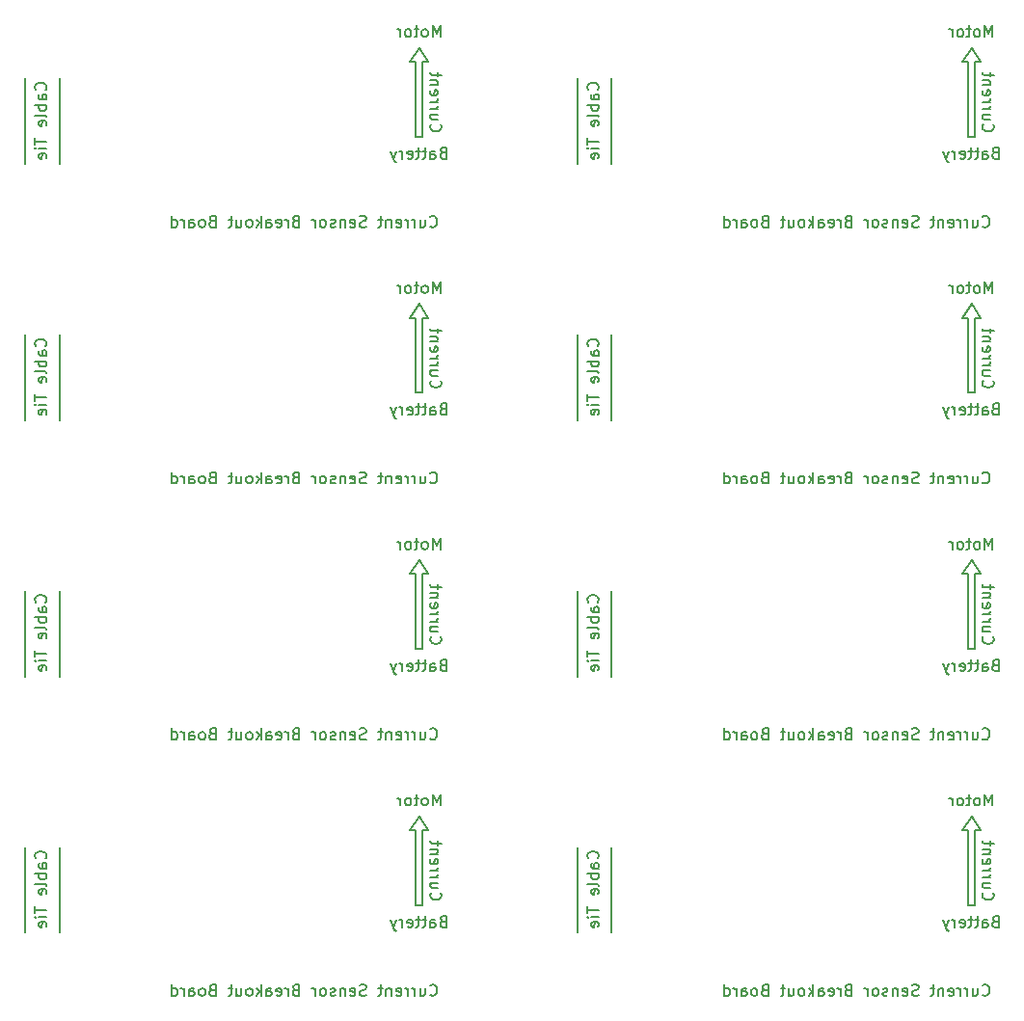
<source format=gbo>
G04 #@! TF.GenerationSoftware,KiCad,Pcbnew,(6.0.0)*
G04 #@! TF.CreationDate,2022-01-04T13:58:26+00:00*
G04 #@! TF.ProjectId,Panelized,50616e65-6c69-47a6-9564-2e6b69636164,rev?*
G04 #@! TF.SameCoordinates,Original*
G04 #@! TF.FileFunction,Legend,Bot*
G04 #@! TF.FilePolarity,Positive*
%FSLAX46Y46*%
G04 Gerber Fmt 4.6, Leading zero omitted, Abs format (unit mm)*
G04 Created by KiCad (PCBNEW (6.0.0)) date 2022-01-04 13:58:26*
%MOMM*%
%LPD*%
G01*
G04 APERTURE LIST*
%ADD10C,0.150000*%
%ADD11C,0.200000*%
G04 APERTURE END LIST*
D10*
X63649990Y-112150048D02*
X64149990Y-112150048D01*
X63649990Y-118750048D02*
X63649990Y-112150048D01*
X112650010Y-112150048D02*
X111850010Y-110950048D01*
X63049990Y-118750048D02*
X63649990Y-118750048D01*
X111050010Y-112150048D02*
X111550010Y-112150048D01*
X111850010Y-110950048D02*
X111050010Y-112150048D01*
X111550010Y-112150048D02*
X111550010Y-118750048D01*
X80250010Y-113650048D02*
X80250010Y-121150048D01*
X77250010Y-113650048D02*
X77250010Y-121150048D01*
X63649990Y-51249991D02*
X63649990Y-44649991D01*
X62549990Y-67150010D02*
X63049990Y-67150010D01*
X63049990Y-89650029D02*
X63049990Y-96250029D01*
X111050010Y-44649991D02*
X111550010Y-44649991D01*
X112150010Y-51249991D02*
X112150010Y-44649991D01*
X31749990Y-113650048D02*
X31749990Y-121150048D01*
X64149990Y-89650029D02*
X63349990Y-88450029D01*
X111850010Y-65950010D02*
X111050010Y-67150010D01*
X80250010Y-91150029D02*
X80250010Y-98650029D01*
X63049990Y-44649991D02*
X63049990Y-51249991D01*
X77250010Y-91150029D02*
X77250010Y-98650029D01*
X63349990Y-43449991D02*
X62549990Y-44649991D01*
X111550010Y-89650029D02*
X111550010Y-96250029D01*
X64149990Y-44649991D02*
X63349990Y-43449991D01*
X28749990Y-113650048D02*
X28749990Y-121150048D01*
X31749990Y-68650010D02*
X31749990Y-76150010D01*
X63049990Y-96250029D02*
X63649990Y-96250029D01*
X63049990Y-73750010D02*
X63649990Y-73750010D01*
X63049990Y-51249991D02*
X63649990Y-51249991D01*
X112150010Y-89650029D02*
X112650010Y-89650029D01*
X28749990Y-91150029D02*
X28749990Y-98650029D01*
X63049990Y-67150010D02*
X63049990Y-73750010D01*
X31749990Y-46149991D02*
X31749990Y-53649991D01*
X63649990Y-96250029D02*
X63649990Y-89650029D01*
X77250010Y-46149991D02*
X77250010Y-53649991D01*
X112650010Y-67150010D02*
X111850010Y-65950010D01*
X63349990Y-110950048D02*
X62549990Y-112150048D01*
X112650010Y-89650029D02*
X111850010Y-88450029D01*
X63649990Y-44649991D02*
X64149990Y-44649991D01*
X28749990Y-46149991D02*
X28749990Y-53649991D01*
X62549990Y-89650029D02*
X63049990Y-89650029D01*
X31749990Y-91150029D02*
X31749990Y-98650029D01*
X80250010Y-46149991D02*
X80250010Y-53649991D01*
X62549990Y-112150048D02*
X63049990Y-112150048D01*
X63049990Y-112150048D02*
X63049990Y-118750048D01*
X112150010Y-44649991D02*
X112650010Y-44649991D01*
X63649990Y-89650029D02*
X64149990Y-89650029D01*
X111050010Y-89650029D02*
X111550010Y-89650029D01*
X64149990Y-67150010D02*
X63349990Y-65950010D01*
X63349990Y-88450029D02*
X62549990Y-89650029D01*
X111550010Y-44649991D02*
X111550010Y-51249991D01*
X63349990Y-65950010D02*
X62549990Y-67150010D01*
X112650010Y-44649991D02*
X111850010Y-43449991D01*
X77250010Y-68650010D02*
X77250010Y-76150010D01*
X112150010Y-96250029D02*
X112150010Y-89650029D01*
X28749990Y-68650010D02*
X28749990Y-76150010D01*
X64149990Y-112150048D02*
X63349990Y-110950048D01*
X111550010Y-73750010D02*
X112150010Y-73750010D01*
X111850010Y-88450029D02*
X111050010Y-89650029D01*
X112150010Y-67150010D02*
X112650010Y-67150010D01*
X63649990Y-67150010D02*
X64149990Y-67150010D01*
X112150010Y-118750048D02*
X112150010Y-112150048D01*
X111050010Y-67150010D02*
X111550010Y-67150010D01*
X62549990Y-44649991D02*
X63049990Y-44649991D01*
X111850010Y-43449991D02*
X111050010Y-44649991D01*
X63649990Y-73750010D02*
X63649990Y-67150010D01*
X111550010Y-67150010D02*
X111550010Y-73750010D01*
X112150010Y-73750010D02*
X112150010Y-67150010D01*
X112150010Y-112150048D02*
X112650010Y-112150048D01*
X80250010Y-68650010D02*
X80250010Y-76150010D01*
X111550010Y-96250029D02*
X112150010Y-96250029D01*
X111550010Y-51249991D02*
X112150010Y-51249991D01*
X111550010Y-118750048D02*
X112150010Y-118750048D01*
X112892867Y-95158600D02*
X112845248Y-95206219D01*
X112797629Y-95349076D01*
X112797629Y-95444314D01*
X112845248Y-95587171D01*
X112940486Y-95682409D01*
X113035724Y-95730029D01*
X113226200Y-95777648D01*
X113369057Y-95777648D01*
X113559533Y-95730029D01*
X113654771Y-95682409D01*
X113750010Y-95587171D01*
X113797629Y-95444314D01*
X113797629Y-95349076D01*
X113750010Y-95206219D01*
X113702390Y-95158600D01*
X113464295Y-94301457D02*
X112797629Y-94301457D01*
X113464295Y-94730029D02*
X112940486Y-94730029D01*
X112845248Y-94682409D01*
X112797629Y-94587171D01*
X112797629Y-94444314D01*
X112845248Y-94349076D01*
X112892867Y-94301457D01*
X112797629Y-93825267D02*
X113464295Y-93825267D01*
X113273819Y-93825267D02*
X113369057Y-93777648D01*
X113416676Y-93730029D01*
X113464295Y-93634790D01*
X113464295Y-93539552D01*
X112797629Y-93206219D02*
X113464295Y-93206219D01*
X113273819Y-93206219D02*
X113369057Y-93158600D01*
X113416676Y-93110981D01*
X113464295Y-93015743D01*
X113464295Y-92920505D01*
X112845248Y-92206219D02*
X112797629Y-92301457D01*
X112797629Y-92491933D01*
X112845248Y-92587171D01*
X112940486Y-92634790D01*
X113321438Y-92634790D01*
X113416676Y-92587171D01*
X113464295Y-92491933D01*
X113464295Y-92301457D01*
X113416676Y-92206219D01*
X113321438Y-92158600D01*
X113226200Y-92158600D01*
X113130962Y-92634790D01*
X113464295Y-91730029D02*
X112797629Y-91730029D01*
X113369057Y-91730029D02*
X113416676Y-91682409D01*
X113464295Y-91587171D01*
X113464295Y-91444314D01*
X113416676Y-91349076D01*
X113321438Y-91301457D01*
X112797629Y-91301457D01*
X113464295Y-90968124D02*
X113464295Y-90587171D01*
X113797629Y-90825267D02*
X112940486Y-90825267D01*
X112845248Y-90777648D01*
X112797629Y-90682409D01*
X112797629Y-90587171D01*
X113921438Y-97658600D02*
X113778581Y-97706219D01*
X113730962Y-97753838D01*
X113683343Y-97849076D01*
X113683343Y-97991933D01*
X113730962Y-98087171D01*
X113778581Y-98134790D01*
X113873819Y-98182409D01*
X114254771Y-98182409D01*
X114254771Y-97182409D01*
X113921438Y-97182409D01*
X113826200Y-97230029D01*
X113778581Y-97277648D01*
X113730962Y-97372886D01*
X113730962Y-97468124D01*
X113778581Y-97563362D01*
X113826200Y-97610981D01*
X113921438Y-97658600D01*
X114254771Y-97658600D01*
X112826200Y-98182409D02*
X112826200Y-97658600D01*
X112873819Y-97563362D01*
X112969057Y-97515743D01*
X113159533Y-97515743D01*
X113254771Y-97563362D01*
X112826200Y-98134790D02*
X112921438Y-98182409D01*
X113159533Y-98182409D01*
X113254771Y-98134790D01*
X113302390Y-98039552D01*
X113302390Y-97944314D01*
X113254771Y-97849076D01*
X113159533Y-97801457D01*
X112921438Y-97801457D01*
X112826200Y-97753838D01*
X112492867Y-97515743D02*
X112111914Y-97515743D01*
X112350010Y-97182409D02*
X112350010Y-98039552D01*
X112302390Y-98134790D01*
X112207152Y-98182409D01*
X112111914Y-98182409D01*
X111921438Y-97515743D02*
X111540486Y-97515743D01*
X111778581Y-97182409D02*
X111778581Y-98039552D01*
X111730962Y-98134790D01*
X111635724Y-98182409D01*
X111540486Y-98182409D01*
X110826200Y-98134790D02*
X110921438Y-98182409D01*
X111111914Y-98182409D01*
X111207152Y-98134790D01*
X111254771Y-98039552D01*
X111254771Y-97658600D01*
X111207152Y-97563362D01*
X111111914Y-97515743D01*
X110921438Y-97515743D01*
X110826200Y-97563362D01*
X110778581Y-97658600D01*
X110778581Y-97753838D01*
X111254771Y-97849076D01*
X110350010Y-98182409D02*
X110350010Y-97515743D01*
X110350010Y-97706219D02*
X110302390Y-97610981D01*
X110254771Y-97563362D01*
X110159533Y-97515743D01*
X110064295Y-97515743D01*
X109826200Y-97515743D02*
X109588105Y-98182409D01*
X109350010Y-97515743D02*
X109588105Y-98182409D01*
X109683343Y-98420505D01*
X109730962Y-98468124D01*
X109826200Y-98515743D01*
D11*
X79007152Y-92135743D02*
X79054771Y-92088124D01*
X79102390Y-91945267D01*
X79102390Y-91850029D01*
X79054771Y-91707171D01*
X78959533Y-91611933D01*
X78864295Y-91564314D01*
X78673819Y-91516695D01*
X78530962Y-91516695D01*
X78340486Y-91564314D01*
X78245248Y-91611933D01*
X78150010Y-91707171D01*
X78102390Y-91850029D01*
X78102390Y-91945267D01*
X78150010Y-92088124D01*
X78197629Y-92135743D01*
X79102390Y-92992886D02*
X78578581Y-92992886D01*
X78483343Y-92945267D01*
X78435724Y-92850029D01*
X78435724Y-92659552D01*
X78483343Y-92564314D01*
X79054771Y-92992886D02*
X79102390Y-92897648D01*
X79102390Y-92659552D01*
X79054771Y-92564314D01*
X78959533Y-92516695D01*
X78864295Y-92516695D01*
X78769057Y-92564314D01*
X78721438Y-92659552D01*
X78721438Y-92897648D01*
X78673819Y-92992886D01*
X79102390Y-93469076D02*
X78102390Y-93469076D01*
X78483343Y-93469076D02*
X78435724Y-93564314D01*
X78435724Y-93754790D01*
X78483343Y-93850029D01*
X78530962Y-93897648D01*
X78626200Y-93945267D01*
X78911914Y-93945267D01*
X79007152Y-93897648D01*
X79054771Y-93850029D01*
X79102390Y-93754790D01*
X79102390Y-93564314D01*
X79054771Y-93469076D01*
X79102390Y-94516695D02*
X79054771Y-94421457D01*
X78959533Y-94373838D01*
X78102390Y-94373838D01*
X79054771Y-95278600D02*
X79102390Y-95183362D01*
X79102390Y-94992886D01*
X79054771Y-94897648D01*
X78959533Y-94850029D01*
X78578581Y-94850029D01*
X78483343Y-94897648D01*
X78435724Y-94992886D01*
X78435724Y-95183362D01*
X78483343Y-95278600D01*
X78578581Y-95326219D01*
X78673819Y-95326219D01*
X78769057Y-94850029D01*
X78102390Y-96373838D02*
X78102390Y-96945267D01*
X79102390Y-96659552D02*
X78102390Y-96659552D01*
X79102390Y-97278600D02*
X78435724Y-97278600D01*
X78102390Y-97278600D02*
X78150010Y-97230981D01*
X78197629Y-97278600D01*
X78150010Y-97326219D01*
X78102390Y-97278600D01*
X78197629Y-97278600D01*
X79054771Y-98135743D02*
X79102390Y-98040505D01*
X79102390Y-97850029D01*
X79054771Y-97754790D01*
X78959533Y-97707171D01*
X78578581Y-97707171D01*
X78483343Y-97754790D01*
X78435724Y-97850029D01*
X78435724Y-98040505D01*
X78483343Y-98135743D01*
X78578581Y-98183362D01*
X78673819Y-98183362D01*
X78769057Y-97707171D01*
D10*
X64297609Y-104107171D02*
X64345228Y-104154790D01*
X64488085Y-104202409D01*
X64583323Y-104202409D01*
X64726180Y-104154790D01*
X64821418Y-104059552D01*
X64869037Y-103964314D01*
X64916656Y-103773838D01*
X64916656Y-103630981D01*
X64869037Y-103440505D01*
X64821418Y-103345267D01*
X64726180Y-103250029D01*
X64583323Y-103202409D01*
X64488085Y-103202409D01*
X64345228Y-103250029D01*
X64297609Y-103297648D01*
X63440466Y-103535743D02*
X63440466Y-104202409D01*
X63869037Y-103535743D02*
X63869037Y-104059552D01*
X63821418Y-104154790D01*
X63726180Y-104202409D01*
X63583323Y-104202409D01*
X63488085Y-104154790D01*
X63440466Y-104107171D01*
X62964275Y-104202409D02*
X62964275Y-103535743D01*
X62964275Y-103726219D02*
X62916656Y-103630981D01*
X62869037Y-103583362D01*
X62773799Y-103535743D01*
X62678561Y-103535743D01*
X62345228Y-104202409D02*
X62345228Y-103535743D01*
X62345228Y-103726219D02*
X62297609Y-103630981D01*
X62249990Y-103583362D01*
X62154751Y-103535743D01*
X62059513Y-103535743D01*
X61345228Y-104154790D02*
X61440466Y-104202409D01*
X61630942Y-104202409D01*
X61726180Y-104154790D01*
X61773799Y-104059552D01*
X61773799Y-103678600D01*
X61726180Y-103583362D01*
X61630942Y-103535743D01*
X61440466Y-103535743D01*
X61345228Y-103583362D01*
X61297609Y-103678600D01*
X61297609Y-103773838D01*
X61773799Y-103869076D01*
X60869037Y-103535743D02*
X60869037Y-104202409D01*
X60869037Y-103630981D02*
X60821418Y-103583362D01*
X60726180Y-103535743D01*
X60583323Y-103535743D01*
X60488085Y-103583362D01*
X60440466Y-103678600D01*
X60440466Y-104202409D01*
X60107132Y-103535743D02*
X59726180Y-103535743D01*
X59964275Y-103202409D02*
X59964275Y-104059552D01*
X59916656Y-104154790D01*
X59821418Y-104202409D01*
X59726180Y-104202409D01*
X58678561Y-104154790D02*
X58535704Y-104202409D01*
X58297609Y-104202409D01*
X58202370Y-104154790D01*
X58154751Y-104107171D01*
X58107132Y-104011933D01*
X58107132Y-103916695D01*
X58154751Y-103821457D01*
X58202370Y-103773838D01*
X58297609Y-103726219D01*
X58488085Y-103678600D01*
X58583323Y-103630981D01*
X58630942Y-103583362D01*
X58678561Y-103488124D01*
X58678561Y-103392886D01*
X58630942Y-103297648D01*
X58583323Y-103250029D01*
X58488085Y-103202409D01*
X58249990Y-103202409D01*
X58107132Y-103250029D01*
X57297609Y-104154790D02*
X57392847Y-104202409D01*
X57583323Y-104202409D01*
X57678561Y-104154790D01*
X57726180Y-104059552D01*
X57726180Y-103678600D01*
X57678561Y-103583362D01*
X57583323Y-103535743D01*
X57392847Y-103535743D01*
X57297609Y-103583362D01*
X57249990Y-103678600D01*
X57249990Y-103773838D01*
X57726180Y-103869076D01*
X56821418Y-103535743D02*
X56821418Y-104202409D01*
X56821418Y-103630981D02*
X56773799Y-103583362D01*
X56678561Y-103535743D01*
X56535704Y-103535743D01*
X56440466Y-103583362D01*
X56392847Y-103678600D01*
X56392847Y-104202409D01*
X55964275Y-104154790D02*
X55869037Y-104202409D01*
X55678561Y-104202409D01*
X55583323Y-104154790D01*
X55535704Y-104059552D01*
X55535704Y-104011933D01*
X55583323Y-103916695D01*
X55678561Y-103869076D01*
X55821418Y-103869076D01*
X55916656Y-103821457D01*
X55964275Y-103726219D01*
X55964275Y-103678600D01*
X55916656Y-103583362D01*
X55821418Y-103535743D01*
X55678561Y-103535743D01*
X55583323Y-103583362D01*
X54964275Y-104202409D02*
X55059513Y-104154790D01*
X55107132Y-104107171D01*
X55154751Y-104011933D01*
X55154751Y-103726219D01*
X55107132Y-103630981D01*
X55059513Y-103583362D01*
X54964275Y-103535743D01*
X54821418Y-103535743D01*
X54726180Y-103583362D01*
X54678561Y-103630981D01*
X54630942Y-103726219D01*
X54630942Y-104011933D01*
X54678561Y-104107171D01*
X54726180Y-104154790D01*
X54821418Y-104202409D01*
X54964275Y-104202409D01*
X54202370Y-104202409D02*
X54202370Y-103535743D01*
X54202370Y-103726219D02*
X54154751Y-103630981D01*
X54107132Y-103583362D01*
X54011894Y-103535743D01*
X53916656Y-103535743D01*
X52488085Y-103678600D02*
X52345228Y-103726219D01*
X52297609Y-103773838D01*
X52249990Y-103869076D01*
X52249990Y-104011933D01*
X52297609Y-104107171D01*
X52345228Y-104154790D01*
X52440466Y-104202409D01*
X52821418Y-104202409D01*
X52821418Y-103202409D01*
X52488085Y-103202409D01*
X52392847Y-103250029D01*
X52345228Y-103297648D01*
X52297609Y-103392886D01*
X52297609Y-103488124D01*
X52345228Y-103583362D01*
X52392847Y-103630981D01*
X52488085Y-103678600D01*
X52821418Y-103678600D01*
X51821418Y-104202409D02*
X51821418Y-103535743D01*
X51821418Y-103726219D02*
X51773799Y-103630981D01*
X51726180Y-103583362D01*
X51630942Y-103535743D01*
X51535704Y-103535743D01*
X50821418Y-104154790D02*
X50916656Y-104202409D01*
X51107132Y-104202409D01*
X51202370Y-104154790D01*
X51249990Y-104059552D01*
X51249990Y-103678600D01*
X51202370Y-103583362D01*
X51107132Y-103535743D01*
X50916656Y-103535743D01*
X50821418Y-103583362D01*
X50773799Y-103678600D01*
X50773799Y-103773838D01*
X51249990Y-103869076D01*
X49916656Y-104202409D02*
X49916656Y-103678600D01*
X49964275Y-103583362D01*
X50059513Y-103535743D01*
X50249990Y-103535743D01*
X50345228Y-103583362D01*
X49916656Y-104154790D02*
X50011894Y-104202409D01*
X50249990Y-104202409D01*
X50345228Y-104154790D01*
X50392847Y-104059552D01*
X50392847Y-103964314D01*
X50345228Y-103869076D01*
X50249990Y-103821457D01*
X50011894Y-103821457D01*
X49916656Y-103773838D01*
X49440466Y-104202409D02*
X49440466Y-103202409D01*
X49345228Y-103821457D02*
X49059513Y-104202409D01*
X49059513Y-103535743D02*
X49440466Y-103916695D01*
X48488085Y-104202409D02*
X48583323Y-104154790D01*
X48630942Y-104107171D01*
X48678561Y-104011933D01*
X48678561Y-103726219D01*
X48630942Y-103630981D01*
X48583323Y-103583362D01*
X48488085Y-103535743D01*
X48345228Y-103535743D01*
X48249990Y-103583362D01*
X48202370Y-103630981D01*
X48154751Y-103726219D01*
X48154751Y-104011933D01*
X48202370Y-104107171D01*
X48249990Y-104154790D01*
X48345228Y-104202409D01*
X48488085Y-104202409D01*
X47297609Y-103535743D02*
X47297609Y-104202409D01*
X47726180Y-103535743D02*
X47726180Y-104059552D01*
X47678561Y-104154790D01*
X47583323Y-104202409D01*
X47440466Y-104202409D01*
X47345228Y-104154790D01*
X47297609Y-104107171D01*
X46964275Y-103535743D02*
X46583323Y-103535743D01*
X46821418Y-103202409D02*
X46821418Y-104059552D01*
X46773799Y-104154790D01*
X46678561Y-104202409D01*
X46583323Y-104202409D01*
X45154751Y-103678600D02*
X45011894Y-103726219D01*
X44964275Y-103773838D01*
X44916656Y-103869076D01*
X44916656Y-104011933D01*
X44964275Y-104107171D01*
X45011894Y-104154790D01*
X45107132Y-104202409D01*
X45488085Y-104202409D01*
X45488085Y-103202409D01*
X45154751Y-103202409D01*
X45059513Y-103250029D01*
X45011894Y-103297648D01*
X44964275Y-103392886D01*
X44964275Y-103488124D01*
X45011894Y-103583362D01*
X45059513Y-103630981D01*
X45154751Y-103678600D01*
X45488085Y-103678600D01*
X44345228Y-104202409D02*
X44440466Y-104154790D01*
X44488085Y-104107171D01*
X44535704Y-104011933D01*
X44535704Y-103726219D01*
X44488085Y-103630981D01*
X44440466Y-103583362D01*
X44345228Y-103535743D01*
X44202370Y-103535743D01*
X44107132Y-103583362D01*
X44059513Y-103630981D01*
X44011894Y-103726219D01*
X44011894Y-104011933D01*
X44059513Y-104107171D01*
X44107132Y-104154790D01*
X44202370Y-104202409D01*
X44345228Y-104202409D01*
X43154751Y-104202409D02*
X43154751Y-103678600D01*
X43202370Y-103583362D01*
X43297609Y-103535743D01*
X43488085Y-103535743D01*
X43583323Y-103583362D01*
X43154751Y-104154790D02*
X43249990Y-104202409D01*
X43488085Y-104202409D01*
X43583323Y-104154790D01*
X43630942Y-104059552D01*
X43630942Y-103964314D01*
X43583323Y-103869076D01*
X43488085Y-103821457D01*
X43249990Y-103821457D01*
X43154751Y-103773838D01*
X42678561Y-104202409D02*
X42678561Y-103535743D01*
X42678561Y-103726219D02*
X42630942Y-103630981D01*
X42583323Y-103583362D01*
X42488085Y-103535743D01*
X42392847Y-103535743D01*
X41630942Y-104202409D02*
X41630942Y-103202409D01*
X41630942Y-104154790D02*
X41726180Y-104202409D01*
X41916656Y-104202409D01*
X42011894Y-104154790D01*
X42059513Y-104107171D01*
X42107132Y-104011933D01*
X42107132Y-103726219D01*
X42059513Y-103630981D01*
X42011894Y-103583362D01*
X41916656Y-103535743D01*
X41726180Y-103535743D01*
X41630942Y-103583362D01*
X112892867Y-72658581D02*
X112845248Y-72706200D01*
X112797629Y-72849057D01*
X112797629Y-72944295D01*
X112845248Y-73087152D01*
X112940486Y-73182390D01*
X113035724Y-73230010D01*
X113226200Y-73277629D01*
X113369057Y-73277629D01*
X113559533Y-73230010D01*
X113654771Y-73182390D01*
X113750010Y-73087152D01*
X113797629Y-72944295D01*
X113797629Y-72849057D01*
X113750010Y-72706200D01*
X113702390Y-72658581D01*
X113464295Y-71801438D02*
X112797629Y-71801438D01*
X113464295Y-72230010D02*
X112940486Y-72230010D01*
X112845248Y-72182390D01*
X112797629Y-72087152D01*
X112797629Y-71944295D01*
X112845248Y-71849057D01*
X112892867Y-71801438D01*
X112797629Y-71325248D02*
X113464295Y-71325248D01*
X113273819Y-71325248D02*
X113369057Y-71277629D01*
X113416676Y-71230010D01*
X113464295Y-71134771D01*
X113464295Y-71039533D01*
X112797629Y-70706200D02*
X113464295Y-70706200D01*
X113273819Y-70706200D02*
X113369057Y-70658581D01*
X113416676Y-70610962D01*
X113464295Y-70515724D01*
X113464295Y-70420486D01*
X112845248Y-69706200D02*
X112797629Y-69801438D01*
X112797629Y-69991914D01*
X112845248Y-70087152D01*
X112940486Y-70134771D01*
X113321438Y-70134771D01*
X113416676Y-70087152D01*
X113464295Y-69991914D01*
X113464295Y-69801438D01*
X113416676Y-69706200D01*
X113321438Y-69658581D01*
X113226200Y-69658581D01*
X113130962Y-70134771D01*
X113464295Y-69230010D02*
X112797629Y-69230010D01*
X113369057Y-69230010D02*
X113416676Y-69182390D01*
X113464295Y-69087152D01*
X113464295Y-68944295D01*
X113416676Y-68849057D01*
X113321438Y-68801438D01*
X112797629Y-68801438D01*
X113464295Y-68468105D02*
X113464295Y-68087152D01*
X113797629Y-68325248D02*
X112940486Y-68325248D01*
X112845248Y-68277629D01*
X112797629Y-68182390D01*
X112797629Y-68087152D01*
X65183323Y-109982428D02*
X65183323Y-108982428D01*
X64849990Y-109696714D01*
X64516656Y-108982428D01*
X64516656Y-109982428D01*
X63897609Y-109982428D02*
X63992847Y-109934809D01*
X64040466Y-109887190D01*
X64088085Y-109791952D01*
X64088085Y-109506238D01*
X64040466Y-109411000D01*
X63992847Y-109363381D01*
X63897609Y-109315762D01*
X63754751Y-109315762D01*
X63659513Y-109363381D01*
X63611894Y-109411000D01*
X63564275Y-109506238D01*
X63564275Y-109791952D01*
X63611894Y-109887190D01*
X63659513Y-109934809D01*
X63754751Y-109982428D01*
X63897609Y-109982428D01*
X63278561Y-109315762D02*
X62897609Y-109315762D01*
X63135704Y-108982428D02*
X63135704Y-109839571D01*
X63088085Y-109934809D01*
X62992847Y-109982428D01*
X62897609Y-109982428D01*
X62421418Y-109982428D02*
X62516656Y-109934809D01*
X62564275Y-109887190D01*
X62611894Y-109791952D01*
X62611894Y-109506238D01*
X62564275Y-109411000D01*
X62516656Y-109363381D01*
X62421418Y-109315762D01*
X62278561Y-109315762D01*
X62183323Y-109363381D01*
X62135704Y-109411000D01*
X62088085Y-109506238D01*
X62088085Y-109791952D01*
X62135704Y-109887190D01*
X62183323Y-109934809D01*
X62278561Y-109982428D01*
X62421418Y-109982428D01*
X61659513Y-109982428D02*
X61659513Y-109315762D01*
X61659513Y-109506238D02*
X61611894Y-109411000D01*
X61564275Y-109363381D01*
X61469037Y-109315762D01*
X61373799Y-109315762D01*
X113683343Y-87482409D02*
X113683343Y-86482409D01*
X113350010Y-87196695D01*
X113016676Y-86482409D01*
X113016676Y-87482409D01*
X112397629Y-87482409D02*
X112492867Y-87434790D01*
X112540486Y-87387171D01*
X112588105Y-87291933D01*
X112588105Y-87006219D01*
X112540486Y-86910981D01*
X112492867Y-86863362D01*
X112397629Y-86815743D01*
X112254771Y-86815743D01*
X112159533Y-86863362D01*
X112111914Y-86910981D01*
X112064295Y-87006219D01*
X112064295Y-87291933D01*
X112111914Y-87387171D01*
X112159533Y-87434790D01*
X112254771Y-87482409D01*
X112397629Y-87482409D01*
X111778581Y-86815743D02*
X111397629Y-86815743D01*
X111635724Y-86482409D02*
X111635724Y-87339552D01*
X111588105Y-87434790D01*
X111492867Y-87482409D01*
X111397629Y-87482409D01*
X110921438Y-87482409D02*
X111016676Y-87434790D01*
X111064295Y-87387171D01*
X111111914Y-87291933D01*
X111111914Y-87006219D01*
X111064295Y-86910981D01*
X111016676Y-86863362D01*
X110921438Y-86815743D01*
X110778581Y-86815743D01*
X110683343Y-86863362D01*
X110635724Y-86910981D01*
X110588105Y-87006219D01*
X110588105Y-87291933D01*
X110635724Y-87387171D01*
X110683343Y-87434790D01*
X110778581Y-87482409D01*
X110921438Y-87482409D01*
X110159533Y-87482409D02*
X110159533Y-86815743D01*
X110159533Y-87006219D02*
X110111914Y-86910981D01*
X110064295Y-86863362D01*
X109969057Y-86815743D01*
X109873819Y-86815743D01*
D11*
X79007152Y-69635724D02*
X79054771Y-69588105D01*
X79102390Y-69445248D01*
X79102390Y-69350010D01*
X79054771Y-69207152D01*
X78959533Y-69111914D01*
X78864295Y-69064295D01*
X78673819Y-69016676D01*
X78530962Y-69016676D01*
X78340486Y-69064295D01*
X78245248Y-69111914D01*
X78150010Y-69207152D01*
X78102390Y-69350010D01*
X78102390Y-69445248D01*
X78150010Y-69588105D01*
X78197629Y-69635724D01*
X79102390Y-70492867D02*
X78578581Y-70492867D01*
X78483343Y-70445248D01*
X78435724Y-70350010D01*
X78435724Y-70159533D01*
X78483343Y-70064295D01*
X79054771Y-70492867D02*
X79102390Y-70397629D01*
X79102390Y-70159533D01*
X79054771Y-70064295D01*
X78959533Y-70016676D01*
X78864295Y-70016676D01*
X78769057Y-70064295D01*
X78721438Y-70159533D01*
X78721438Y-70397629D01*
X78673819Y-70492867D01*
X79102390Y-70969057D02*
X78102390Y-70969057D01*
X78483343Y-70969057D02*
X78435724Y-71064295D01*
X78435724Y-71254771D01*
X78483343Y-71350010D01*
X78530962Y-71397629D01*
X78626200Y-71445248D01*
X78911914Y-71445248D01*
X79007152Y-71397629D01*
X79054771Y-71350010D01*
X79102390Y-71254771D01*
X79102390Y-71064295D01*
X79054771Y-70969057D01*
X79102390Y-72016676D02*
X79054771Y-71921438D01*
X78959533Y-71873819D01*
X78102390Y-71873819D01*
X79054771Y-72778581D02*
X79102390Y-72683343D01*
X79102390Y-72492867D01*
X79054771Y-72397629D01*
X78959533Y-72350010D01*
X78578581Y-72350010D01*
X78483343Y-72397629D01*
X78435724Y-72492867D01*
X78435724Y-72683343D01*
X78483343Y-72778581D01*
X78578581Y-72826200D01*
X78673819Y-72826200D01*
X78769057Y-72350010D01*
X78102390Y-73873819D02*
X78102390Y-74445248D01*
X79102390Y-74159533D02*
X78102390Y-74159533D01*
X79102390Y-74778581D02*
X78435724Y-74778581D01*
X78102390Y-74778581D02*
X78150010Y-74730962D01*
X78197629Y-74778581D01*
X78150010Y-74826200D01*
X78102390Y-74778581D01*
X78197629Y-74778581D01*
X79054771Y-75635724D02*
X79102390Y-75540486D01*
X79102390Y-75350010D01*
X79054771Y-75254771D01*
X78959533Y-75207152D01*
X78578581Y-75207152D01*
X78483343Y-75254771D01*
X78435724Y-75350010D01*
X78435724Y-75540486D01*
X78483343Y-75635724D01*
X78578581Y-75683343D01*
X78673819Y-75683343D01*
X78769057Y-75207152D01*
D10*
X113921438Y-52658562D02*
X113778581Y-52706181D01*
X113730962Y-52753800D01*
X113683343Y-52849038D01*
X113683343Y-52991895D01*
X113730962Y-53087133D01*
X113778581Y-53134752D01*
X113873819Y-53182371D01*
X114254771Y-53182371D01*
X114254771Y-52182371D01*
X113921438Y-52182371D01*
X113826200Y-52229991D01*
X113778581Y-52277610D01*
X113730962Y-52372848D01*
X113730962Y-52468086D01*
X113778581Y-52563324D01*
X113826200Y-52610943D01*
X113921438Y-52658562D01*
X114254771Y-52658562D01*
X112826200Y-53182371D02*
X112826200Y-52658562D01*
X112873819Y-52563324D01*
X112969057Y-52515705D01*
X113159533Y-52515705D01*
X113254771Y-52563324D01*
X112826200Y-53134752D02*
X112921438Y-53182371D01*
X113159533Y-53182371D01*
X113254771Y-53134752D01*
X113302390Y-53039514D01*
X113302390Y-52944276D01*
X113254771Y-52849038D01*
X113159533Y-52801419D01*
X112921438Y-52801419D01*
X112826200Y-52753800D01*
X112492867Y-52515705D02*
X112111914Y-52515705D01*
X112350010Y-52182371D02*
X112350010Y-53039514D01*
X112302390Y-53134752D01*
X112207152Y-53182371D01*
X112111914Y-53182371D01*
X111921438Y-52515705D02*
X111540486Y-52515705D01*
X111778581Y-52182371D02*
X111778581Y-53039514D01*
X111730962Y-53134752D01*
X111635724Y-53182371D01*
X111540486Y-53182371D01*
X110826200Y-53134752D02*
X110921438Y-53182371D01*
X111111914Y-53182371D01*
X111207152Y-53134752D01*
X111254771Y-53039514D01*
X111254771Y-52658562D01*
X111207152Y-52563324D01*
X111111914Y-52515705D01*
X110921438Y-52515705D01*
X110826200Y-52563324D01*
X110778581Y-52658562D01*
X110778581Y-52753800D01*
X111254771Y-52849038D01*
X110350010Y-53182371D02*
X110350010Y-52515705D01*
X110350010Y-52706181D02*
X110302390Y-52610943D01*
X110254771Y-52563324D01*
X110159533Y-52515705D01*
X110064295Y-52515705D01*
X109826200Y-52515705D02*
X109588105Y-53182371D01*
X109350010Y-52515705D02*
X109588105Y-53182371D01*
X109683343Y-53420467D01*
X109730962Y-53468086D01*
X109826200Y-53515705D01*
X113921438Y-120158619D02*
X113778581Y-120206238D01*
X113730962Y-120253857D01*
X113683343Y-120349095D01*
X113683343Y-120491952D01*
X113730962Y-120587190D01*
X113778581Y-120634809D01*
X113873819Y-120682428D01*
X114254771Y-120682428D01*
X114254771Y-119682428D01*
X113921438Y-119682428D01*
X113826200Y-119730048D01*
X113778581Y-119777667D01*
X113730962Y-119872905D01*
X113730962Y-119968143D01*
X113778581Y-120063381D01*
X113826200Y-120111000D01*
X113921438Y-120158619D01*
X114254771Y-120158619D01*
X112826200Y-120682428D02*
X112826200Y-120158619D01*
X112873819Y-120063381D01*
X112969057Y-120015762D01*
X113159533Y-120015762D01*
X113254771Y-120063381D01*
X112826200Y-120634809D02*
X112921438Y-120682428D01*
X113159533Y-120682428D01*
X113254771Y-120634809D01*
X113302390Y-120539571D01*
X113302390Y-120444333D01*
X113254771Y-120349095D01*
X113159533Y-120301476D01*
X112921438Y-120301476D01*
X112826200Y-120253857D01*
X112492867Y-120015762D02*
X112111914Y-120015762D01*
X112350010Y-119682428D02*
X112350010Y-120539571D01*
X112302390Y-120634809D01*
X112207152Y-120682428D01*
X112111914Y-120682428D01*
X111921438Y-120015762D02*
X111540486Y-120015762D01*
X111778581Y-119682428D02*
X111778581Y-120539571D01*
X111730962Y-120634809D01*
X111635724Y-120682428D01*
X111540486Y-120682428D01*
X110826200Y-120634809D02*
X110921438Y-120682428D01*
X111111914Y-120682428D01*
X111207152Y-120634809D01*
X111254771Y-120539571D01*
X111254771Y-120158619D01*
X111207152Y-120063381D01*
X111111914Y-120015762D01*
X110921438Y-120015762D01*
X110826200Y-120063381D01*
X110778581Y-120158619D01*
X110778581Y-120253857D01*
X111254771Y-120349095D01*
X110350010Y-120682428D02*
X110350010Y-120015762D01*
X110350010Y-120206238D02*
X110302390Y-120111000D01*
X110254771Y-120063381D01*
X110159533Y-120015762D01*
X110064295Y-120015762D01*
X109826200Y-120015762D02*
X109588105Y-120682428D01*
X109350010Y-120015762D02*
X109588105Y-120682428D01*
X109683343Y-120920524D01*
X109730962Y-120968143D01*
X109826200Y-121015762D01*
X64392847Y-95158600D02*
X64345228Y-95206219D01*
X64297609Y-95349076D01*
X64297609Y-95444314D01*
X64345228Y-95587171D01*
X64440466Y-95682409D01*
X64535704Y-95730029D01*
X64726180Y-95777648D01*
X64869037Y-95777648D01*
X65059513Y-95730029D01*
X65154751Y-95682409D01*
X65249990Y-95587171D01*
X65297609Y-95444314D01*
X65297609Y-95349076D01*
X65249990Y-95206219D01*
X65202370Y-95158600D01*
X64964275Y-94301457D02*
X64297609Y-94301457D01*
X64964275Y-94730029D02*
X64440466Y-94730029D01*
X64345228Y-94682409D01*
X64297609Y-94587171D01*
X64297609Y-94444314D01*
X64345228Y-94349076D01*
X64392847Y-94301457D01*
X64297609Y-93825267D02*
X64964275Y-93825267D01*
X64773799Y-93825267D02*
X64869037Y-93777648D01*
X64916656Y-93730029D01*
X64964275Y-93634790D01*
X64964275Y-93539552D01*
X64297609Y-93206219D02*
X64964275Y-93206219D01*
X64773799Y-93206219D02*
X64869037Y-93158600D01*
X64916656Y-93110981D01*
X64964275Y-93015743D01*
X64964275Y-92920505D01*
X64345228Y-92206219D02*
X64297609Y-92301457D01*
X64297609Y-92491933D01*
X64345228Y-92587171D01*
X64440466Y-92634790D01*
X64821418Y-92634790D01*
X64916656Y-92587171D01*
X64964275Y-92491933D01*
X64964275Y-92301457D01*
X64916656Y-92206219D01*
X64821418Y-92158600D01*
X64726180Y-92158600D01*
X64630942Y-92634790D01*
X64964275Y-91730029D02*
X64297609Y-91730029D01*
X64869037Y-91730029D02*
X64916656Y-91682409D01*
X64964275Y-91587171D01*
X64964275Y-91444314D01*
X64916656Y-91349076D01*
X64821418Y-91301457D01*
X64297609Y-91301457D01*
X64964275Y-90968124D02*
X64964275Y-90587171D01*
X65297609Y-90825267D02*
X64440466Y-90825267D01*
X64345228Y-90777648D01*
X64297609Y-90682409D01*
X64297609Y-90587171D01*
X64297609Y-59107133D02*
X64345228Y-59154752D01*
X64488085Y-59202371D01*
X64583323Y-59202371D01*
X64726180Y-59154752D01*
X64821418Y-59059514D01*
X64869037Y-58964276D01*
X64916656Y-58773800D01*
X64916656Y-58630943D01*
X64869037Y-58440467D01*
X64821418Y-58345229D01*
X64726180Y-58249991D01*
X64583323Y-58202371D01*
X64488085Y-58202371D01*
X64345228Y-58249991D01*
X64297609Y-58297610D01*
X63440466Y-58535705D02*
X63440466Y-59202371D01*
X63869037Y-58535705D02*
X63869037Y-59059514D01*
X63821418Y-59154752D01*
X63726180Y-59202371D01*
X63583323Y-59202371D01*
X63488085Y-59154752D01*
X63440466Y-59107133D01*
X62964275Y-59202371D02*
X62964275Y-58535705D01*
X62964275Y-58726181D02*
X62916656Y-58630943D01*
X62869037Y-58583324D01*
X62773799Y-58535705D01*
X62678561Y-58535705D01*
X62345228Y-59202371D02*
X62345228Y-58535705D01*
X62345228Y-58726181D02*
X62297609Y-58630943D01*
X62249990Y-58583324D01*
X62154751Y-58535705D01*
X62059513Y-58535705D01*
X61345228Y-59154752D02*
X61440466Y-59202371D01*
X61630942Y-59202371D01*
X61726180Y-59154752D01*
X61773799Y-59059514D01*
X61773799Y-58678562D01*
X61726180Y-58583324D01*
X61630942Y-58535705D01*
X61440466Y-58535705D01*
X61345228Y-58583324D01*
X61297609Y-58678562D01*
X61297609Y-58773800D01*
X61773799Y-58869038D01*
X60869037Y-58535705D02*
X60869037Y-59202371D01*
X60869037Y-58630943D02*
X60821418Y-58583324D01*
X60726180Y-58535705D01*
X60583323Y-58535705D01*
X60488085Y-58583324D01*
X60440466Y-58678562D01*
X60440466Y-59202371D01*
X60107132Y-58535705D02*
X59726180Y-58535705D01*
X59964275Y-58202371D02*
X59964275Y-59059514D01*
X59916656Y-59154752D01*
X59821418Y-59202371D01*
X59726180Y-59202371D01*
X58678561Y-59154752D02*
X58535704Y-59202371D01*
X58297609Y-59202371D01*
X58202370Y-59154752D01*
X58154751Y-59107133D01*
X58107132Y-59011895D01*
X58107132Y-58916657D01*
X58154751Y-58821419D01*
X58202370Y-58773800D01*
X58297609Y-58726181D01*
X58488085Y-58678562D01*
X58583323Y-58630943D01*
X58630942Y-58583324D01*
X58678561Y-58488086D01*
X58678561Y-58392848D01*
X58630942Y-58297610D01*
X58583323Y-58249991D01*
X58488085Y-58202371D01*
X58249990Y-58202371D01*
X58107132Y-58249991D01*
X57297609Y-59154752D02*
X57392847Y-59202371D01*
X57583323Y-59202371D01*
X57678561Y-59154752D01*
X57726180Y-59059514D01*
X57726180Y-58678562D01*
X57678561Y-58583324D01*
X57583323Y-58535705D01*
X57392847Y-58535705D01*
X57297609Y-58583324D01*
X57249990Y-58678562D01*
X57249990Y-58773800D01*
X57726180Y-58869038D01*
X56821418Y-58535705D02*
X56821418Y-59202371D01*
X56821418Y-58630943D02*
X56773799Y-58583324D01*
X56678561Y-58535705D01*
X56535704Y-58535705D01*
X56440466Y-58583324D01*
X56392847Y-58678562D01*
X56392847Y-59202371D01*
X55964275Y-59154752D02*
X55869037Y-59202371D01*
X55678561Y-59202371D01*
X55583323Y-59154752D01*
X55535704Y-59059514D01*
X55535704Y-59011895D01*
X55583323Y-58916657D01*
X55678561Y-58869038D01*
X55821418Y-58869038D01*
X55916656Y-58821419D01*
X55964275Y-58726181D01*
X55964275Y-58678562D01*
X55916656Y-58583324D01*
X55821418Y-58535705D01*
X55678561Y-58535705D01*
X55583323Y-58583324D01*
X54964275Y-59202371D02*
X55059513Y-59154752D01*
X55107132Y-59107133D01*
X55154751Y-59011895D01*
X55154751Y-58726181D01*
X55107132Y-58630943D01*
X55059513Y-58583324D01*
X54964275Y-58535705D01*
X54821418Y-58535705D01*
X54726180Y-58583324D01*
X54678561Y-58630943D01*
X54630942Y-58726181D01*
X54630942Y-59011895D01*
X54678561Y-59107133D01*
X54726180Y-59154752D01*
X54821418Y-59202371D01*
X54964275Y-59202371D01*
X54202370Y-59202371D02*
X54202370Y-58535705D01*
X54202370Y-58726181D02*
X54154751Y-58630943D01*
X54107132Y-58583324D01*
X54011894Y-58535705D01*
X53916656Y-58535705D01*
X52488085Y-58678562D02*
X52345228Y-58726181D01*
X52297609Y-58773800D01*
X52249990Y-58869038D01*
X52249990Y-59011895D01*
X52297609Y-59107133D01*
X52345228Y-59154752D01*
X52440466Y-59202371D01*
X52821418Y-59202371D01*
X52821418Y-58202371D01*
X52488085Y-58202371D01*
X52392847Y-58249991D01*
X52345228Y-58297610D01*
X52297609Y-58392848D01*
X52297609Y-58488086D01*
X52345228Y-58583324D01*
X52392847Y-58630943D01*
X52488085Y-58678562D01*
X52821418Y-58678562D01*
X51821418Y-59202371D02*
X51821418Y-58535705D01*
X51821418Y-58726181D02*
X51773799Y-58630943D01*
X51726180Y-58583324D01*
X51630942Y-58535705D01*
X51535704Y-58535705D01*
X50821418Y-59154752D02*
X50916656Y-59202371D01*
X51107132Y-59202371D01*
X51202370Y-59154752D01*
X51249990Y-59059514D01*
X51249990Y-58678562D01*
X51202370Y-58583324D01*
X51107132Y-58535705D01*
X50916656Y-58535705D01*
X50821418Y-58583324D01*
X50773799Y-58678562D01*
X50773799Y-58773800D01*
X51249990Y-58869038D01*
X49916656Y-59202371D02*
X49916656Y-58678562D01*
X49964275Y-58583324D01*
X50059513Y-58535705D01*
X50249990Y-58535705D01*
X50345228Y-58583324D01*
X49916656Y-59154752D02*
X50011894Y-59202371D01*
X50249990Y-59202371D01*
X50345228Y-59154752D01*
X50392847Y-59059514D01*
X50392847Y-58964276D01*
X50345228Y-58869038D01*
X50249990Y-58821419D01*
X50011894Y-58821419D01*
X49916656Y-58773800D01*
X49440466Y-59202371D02*
X49440466Y-58202371D01*
X49345228Y-58821419D02*
X49059513Y-59202371D01*
X49059513Y-58535705D02*
X49440466Y-58916657D01*
X48488085Y-59202371D02*
X48583323Y-59154752D01*
X48630942Y-59107133D01*
X48678561Y-59011895D01*
X48678561Y-58726181D01*
X48630942Y-58630943D01*
X48583323Y-58583324D01*
X48488085Y-58535705D01*
X48345228Y-58535705D01*
X48249990Y-58583324D01*
X48202370Y-58630943D01*
X48154751Y-58726181D01*
X48154751Y-59011895D01*
X48202370Y-59107133D01*
X48249990Y-59154752D01*
X48345228Y-59202371D01*
X48488085Y-59202371D01*
X47297609Y-58535705D02*
X47297609Y-59202371D01*
X47726180Y-58535705D02*
X47726180Y-59059514D01*
X47678561Y-59154752D01*
X47583323Y-59202371D01*
X47440466Y-59202371D01*
X47345228Y-59154752D01*
X47297609Y-59107133D01*
X46964275Y-58535705D02*
X46583323Y-58535705D01*
X46821418Y-58202371D02*
X46821418Y-59059514D01*
X46773799Y-59154752D01*
X46678561Y-59202371D01*
X46583323Y-59202371D01*
X45154751Y-58678562D02*
X45011894Y-58726181D01*
X44964275Y-58773800D01*
X44916656Y-58869038D01*
X44916656Y-59011895D01*
X44964275Y-59107133D01*
X45011894Y-59154752D01*
X45107132Y-59202371D01*
X45488085Y-59202371D01*
X45488085Y-58202371D01*
X45154751Y-58202371D01*
X45059513Y-58249991D01*
X45011894Y-58297610D01*
X44964275Y-58392848D01*
X44964275Y-58488086D01*
X45011894Y-58583324D01*
X45059513Y-58630943D01*
X45154751Y-58678562D01*
X45488085Y-58678562D01*
X44345228Y-59202371D02*
X44440466Y-59154752D01*
X44488085Y-59107133D01*
X44535704Y-59011895D01*
X44535704Y-58726181D01*
X44488085Y-58630943D01*
X44440466Y-58583324D01*
X44345228Y-58535705D01*
X44202370Y-58535705D01*
X44107132Y-58583324D01*
X44059513Y-58630943D01*
X44011894Y-58726181D01*
X44011894Y-59011895D01*
X44059513Y-59107133D01*
X44107132Y-59154752D01*
X44202370Y-59202371D01*
X44345228Y-59202371D01*
X43154751Y-59202371D02*
X43154751Y-58678562D01*
X43202370Y-58583324D01*
X43297609Y-58535705D01*
X43488085Y-58535705D01*
X43583323Y-58583324D01*
X43154751Y-59154752D02*
X43249990Y-59202371D01*
X43488085Y-59202371D01*
X43583323Y-59154752D01*
X43630942Y-59059514D01*
X43630942Y-58964276D01*
X43583323Y-58869038D01*
X43488085Y-58821419D01*
X43249990Y-58821419D01*
X43154751Y-58773800D01*
X42678561Y-59202371D02*
X42678561Y-58535705D01*
X42678561Y-58726181D02*
X42630942Y-58630943D01*
X42583323Y-58583324D01*
X42488085Y-58535705D01*
X42392847Y-58535705D01*
X41630942Y-59202371D02*
X41630942Y-58202371D01*
X41630942Y-59154752D02*
X41726180Y-59202371D01*
X41916656Y-59202371D01*
X42011894Y-59154752D01*
X42059513Y-59107133D01*
X42107132Y-59011895D01*
X42107132Y-58726181D01*
X42059513Y-58630943D01*
X42011894Y-58583324D01*
X41916656Y-58535705D01*
X41726180Y-58535705D01*
X41630942Y-58583324D01*
D11*
X30507132Y-92135743D02*
X30554751Y-92088124D01*
X30602370Y-91945267D01*
X30602370Y-91850029D01*
X30554751Y-91707171D01*
X30459513Y-91611933D01*
X30364275Y-91564314D01*
X30173799Y-91516695D01*
X30030942Y-91516695D01*
X29840466Y-91564314D01*
X29745228Y-91611933D01*
X29649990Y-91707171D01*
X29602370Y-91850029D01*
X29602370Y-91945267D01*
X29649990Y-92088124D01*
X29697609Y-92135743D01*
X30602370Y-92992886D02*
X30078561Y-92992886D01*
X29983323Y-92945267D01*
X29935704Y-92850029D01*
X29935704Y-92659552D01*
X29983323Y-92564314D01*
X30554751Y-92992886D02*
X30602370Y-92897648D01*
X30602370Y-92659552D01*
X30554751Y-92564314D01*
X30459513Y-92516695D01*
X30364275Y-92516695D01*
X30269037Y-92564314D01*
X30221418Y-92659552D01*
X30221418Y-92897648D01*
X30173799Y-92992886D01*
X30602370Y-93469076D02*
X29602370Y-93469076D01*
X29983323Y-93469076D02*
X29935704Y-93564314D01*
X29935704Y-93754790D01*
X29983323Y-93850029D01*
X30030942Y-93897648D01*
X30126180Y-93945267D01*
X30411894Y-93945267D01*
X30507132Y-93897648D01*
X30554751Y-93850029D01*
X30602370Y-93754790D01*
X30602370Y-93564314D01*
X30554751Y-93469076D01*
X30602370Y-94516695D02*
X30554751Y-94421457D01*
X30459513Y-94373838D01*
X29602370Y-94373838D01*
X30554751Y-95278600D02*
X30602370Y-95183362D01*
X30602370Y-94992886D01*
X30554751Y-94897648D01*
X30459513Y-94850029D01*
X30078561Y-94850029D01*
X29983323Y-94897648D01*
X29935704Y-94992886D01*
X29935704Y-95183362D01*
X29983323Y-95278600D01*
X30078561Y-95326219D01*
X30173799Y-95326219D01*
X30269037Y-94850029D01*
X29602370Y-96373838D02*
X29602370Y-96945267D01*
X30602370Y-96659552D02*
X29602370Y-96659552D01*
X30602370Y-97278600D02*
X29935704Y-97278600D01*
X29602370Y-97278600D02*
X29649990Y-97230981D01*
X29697609Y-97278600D01*
X29649990Y-97326219D01*
X29602370Y-97278600D01*
X29697609Y-97278600D01*
X30554751Y-98135743D02*
X30602370Y-98040505D01*
X30602370Y-97850029D01*
X30554751Y-97754790D01*
X30459513Y-97707171D01*
X30078561Y-97707171D01*
X29983323Y-97754790D01*
X29935704Y-97850029D01*
X29935704Y-98040505D01*
X29983323Y-98135743D01*
X30078561Y-98183362D01*
X30173799Y-98183362D01*
X30269037Y-97707171D01*
D10*
X112797629Y-126607190D02*
X112845248Y-126654809D01*
X112988105Y-126702428D01*
X113083343Y-126702428D01*
X113226200Y-126654809D01*
X113321438Y-126559571D01*
X113369057Y-126464333D01*
X113416676Y-126273857D01*
X113416676Y-126131000D01*
X113369057Y-125940524D01*
X113321438Y-125845286D01*
X113226200Y-125750048D01*
X113083343Y-125702428D01*
X112988105Y-125702428D01*
X112845248Y-125750048D01*
X112797629Y-125797667D01*
X111940486Y-126035762D02*
X111940486Y-126702428D01*
X112369057Y-126035762D02*
X112369057Y-126559571D01*
X112321438Y-126654809D01*
X112226200Y-126702428D01*
X112083343Y-126702428D01*
X111988105Y-126654809D01*
X111940486Y-126607190D01*
X111464295Y-126702428D02*
X111464295Y-126035762D01*
X111464295Y-126226238D02*
X111416676Y-126131000D01*
X111369057Y-126083381D01*
X111273819Y-126035762D01*
X111178581Y-126035762D01*
X110845248Y-126702428D02*
X110845248Y-126035762D01*
X110845248Y-126226238D02*
X110797629Y-126131000D01*
X110750010Y-126083381D01*
X110654771Y-126035762D01*
X110559533Y-126035762D01*
X109845248Y-126654809D02*
X109940486Y-126702428D01*
X110130962Y-126702428D01*
X110226200Y-126654809D01*
X110273819Y-126559571D01*
X110273819Y-126178619D01*
X110226200Y-126083381D01*
X110130962Y-126035762D01*
X109940486Y-126035762D01*
X109845248Y-126083381D01*
X109797629Y-126178619D01*
X109797629Y-126273857D01*
X110273819Y-126369095D01*
X109369057Y-126035762D02*
X109369057Y-126702428D01*
X109369057Y-126131000D02*
X109321438Y-126083381D01*
X109226200Y-126035762D01*
X109083343Y-126035762D01*
X108988105Y-126083381D01*
X108940486Y-126178619D01*
X108940486Y-126702428D01*
X108607152Y-126035762D02*
X108226200Y-126035762D01*
X108464295Y-125702428D02*
X108464295Y-126559571D01*
X108416676Y-126654809D01*
X108321438Y-126702428D01*
X108226200Y-126702428D01*
X107178581Y-126654809D02*
X107035724Y-126702428D01*
X106797629Y-126702428D01*
X106702390Y-126654809D01*
X106654771Y-126607190D01*
X106607152Y-126511952D01*
X106607152Y-126416714D01*
X106654771Y-126321476D01*
X106702390Y-126273857D01*
X106797629Y-126226238D01*
X106988105Y-126178619D01*
X107083343Y-126131000D01*
X107130962Y-126083381D01*
X107178581Y-125988143D01*
X107178581Y-125892905D01*
X107130962Y-125797667D01*
X107083343Y-125750048D01*
X106988105Y-125702428D01*
X106750010Y-125702428D01*
X106607152Y-125750048D01*
X105797629Y-126654809D02*
X105892867Y-126702428D01*
X106083343Y-126702428D01*
X106178581Y-126654809D01*
X106226200Y-126559571D01*
X106226200Y-126178619D01*
X106178581Y-126083381D01*
X106083343Y-126035762D01*
X105892867Y-126035762D01*
X105797629Y-126083381D01*
X105750010Y-126178619D01*
X105750010Y-126273857D01*
X106226200Y-126369095D01*
X105321438Y-126035762D02*
X105321438Y-126702428D01*
X105321438Y-126131000D02*
X105273819Y-126083381D01*
X105178581Y-126035762D01*
X105035724Y-126035762D01*
X104940486Y-126083381D01*
X104892867Y-126178619D01*
X104892867Y-126702428D01*
X104464295Y-126654809D02*
X104369057Y-126702428D01*
X104178581Y-126702428D01*
X104083343Y-126654809D01*
X104035724Y-126559571D01*
X104035724Y-126511952D01*
X104083343Y-126416714D01*
X104178581Y-126369095D01*
X104321438Y-126369095D01*
X104416676Y-126321476D01*
X104464295Y-126226238D01*
X104464295Y-126178619D01*
X104416676Y-126083381D01*
X104321438Y-126035762D01*
X104178581Y-126035762D01*
X104083343Y-126083381D01*
X103464295Y-126702428D02*
X103559533Y-126654809D01*
X103607152Y-126607190D01*
X103654771Y-126511952D01*
X103654771Y-126226238D01*
X103607152Y-126131000D01*
X103559533Y-126083381D01*
X103464295Y-126035762D01*
X103321438Y-126035762D01*
X103226200Y-126083381D01*
X103178581Y-126131000D01*
X103130962Y-126226238D01*
X103130962Y-126511952D01*
X103178581Y-126607190D01*
X103226200Y-126654809D01*
X103321438Y-126702428D01*
X103464295Y-126702428D01*
X102702390Y-126702428D02*
X102702390Y-126035762D01*
X102702390Y-126226238D02*
X102654771Y-126131000D01*
X102607152Y-126083381D01*
X102511914Y-126035762D01*
X102416676Y-126035762D01*
X100988105Y-126178619D02*
X100845248Y-126226238D01*
X100797629Y-126273857D01*
X100750010Y-126369095D01*
X100750010Y-126511952D01*
X100797629Y-126607190D01*
X100845248Y-126654809D01*
X100940486Y-126702428D01*
X101321438Y-126702428D01*
X101321438Y-125702428D01*
X100988105Y-125702428D01*
X100892867Y-125750048D01*
X100845248Y-125797667D01*
X100797629Y-125892905D01*
X100797629Y-125988143D01*
X100845248Y-126083381D01*
X100892867Y-126131000D01*
X100988105Y-126178619D01*
X101321438Y-126178619D01*
X100321438Y-126702428D02*
X100321438Y-126035762D01*
X100321438Y-126226238D02*
X100273819Y-126131000D01*
X100226200Y-126083381D01*
X100130962Y-126035762D01*
X100035724Y-126035762D01*
X99321438Y-126654809D02*
X99416676Y-126702428D01*
X99607152Y-126702428D01*
X99702390Y-126654809D01*
X99750010Y-126559571D01*
X99750010Y-126178619D01*
X99702390Y-126083381D01*
X99607152Y-126035762D01*
X99416676Y-126035762D01*
X99321438Y-126083381D01*
X99273819Y-126178619D01*
X99273819Y-126273857D01*
X99750010Y-126369095D01*
X98416676Y-126702428D02*
X98416676Y-126178619D01*
X98464295Y-126083381D01*
X98559533Y-126035762D01*
X98750010Y-126035762D01*
X98845248Y-126083381D01*
X98416676Y-126654809D02*
X98511914Y-126702428D01*
X98750010Y-126702428D01*
X98845248Y-126654809D01*
X98892867Y-126559571D01*
X98892867Y-126464333D01*
X98845248Y-126369095D01*
X98750010Y-126321476D01*
X98511914Y-126321476D01*
X98416676Y-126273857D01*
X97940486Y-126702428D02*
X97940486Y-125702428D01*
X97845248Y-126321476D02*
X97559533Y-126702428D01*
X97559533Y-126035762D02*
X97940486Y-126416714D01*
X96988105Y-126702428D02*
X97083343Y-126654809D01*
X97130962Y-126607190D01*
X97178581Y-126511952D01*
X97178581Y-126226238D01*
X97130962Y-126131000D01*
X97083343Y-126083381D01*
X96988105Y-126035762D01*
X96845248Y-126035762D01*
X96750010Y-126083381D01*
X96702390Y-126131000D01*
X96654771Y-126226238D01*
X96654771Y-126511952D01*
X96702390Y-126607190D01*
X96750010Y-126654809D01*
X96845248Y-126702428D01*
X96988105Y-126702428D01*
X95797629Y-126035762D02*
X95797629Y-126702428D01*
X96226200Y-126035762D02*
X96226200Y-126559571D01*
X96178581Y-126654809D01*
X96083343Y-126702428D01*
X95940486Y-126702428D01*
X95845248Y-126654809D01*
X95797629Y-126607190D01*
X95464295Y-126035762D02*
X95083343Y-126035762D01*
X95321438Y-125702428D02*
X95321438Y-126559571D01*
X95273819Y-126654809D01*
X95178581Y-126702428D01*
X95083343Y-126702428D01*
X93654771Y-126178619D02*
X93511914Y-126226238D01*
X93464295Y-126273857D01*
X93416676Y-126369095D01*
X93416676Y-126511952D01*
X93464295Y-126607190D01*
X93511914Y-126654809D01*
X93607152Y-126702428D01*
X93988105Y-126702428D01*
X93988105Y-125702428D01*
X93654771Y-125702428D01*
X93559533Y-125750048D01*
X93511914Y-125797667D01*
X93464295Y-125892905D01*
X93464295Y-125988143D01*
X93511914Y-126083381D01*
X93559533Y-126131000D01*
X93654771Y-126178619D01*
X93988105Y-126178619D01*
X92845248Y-126702428D02*
X92940486Y-126654809D01*
X92988105Y-126607190D01*
X93035724Y-126511952D01*
X93035724Y-126226238D01*
X92988105Y-126131000D01*
X92940486Y-126083381D01*
X92845248Y-126035762D01*
X92702390Y-126035762D01*
X92607152Y-126083381D01*
X92559533Y-126131000D01*
X92511914Y-126226238D01*
X92511914Y-126511952D01*
X92559533Y-126607190D01*
X92607152Y-126654809D01*
X92702390Y-126702428D01*
X92845248Y-126702428D01*
X91654771Y-126702428D02*
X91654771Y-126178619D01*
X91702390Y-126083381D01*
X91797629Y-126035762D01*
X91988105Y-126035762D01*
X92083343Y-126083381D01*
X91654771Y-126654809D02*
X91750010Y-126702428D01*
X91988105Y-126702428D01*
X92083343Y-126654809D01*
X92130962Y-126559571D01*
X92130962Y-126464333D01*
X92083343Y-126369095D01*
X91988105Y-126321476D01*
X91750010Y-126321476D01*
X91654771Y-126273857D01*
X91178581Y-126702428D02*
X91178581Y-126035762D01*
X91178581Y-126226238D02*
X91130962Y-126131000D01*
X91083343Y-126083381D01*
X90988105Y-126035762D01*
X90892867Y-126035762D01*
X90130962Y-126702428D02*
X90130962Y-125702428D01*
X90130962Y-126654809D02*
X90226200Y-126702428D01*
X90416676Y-126702428D01*
X90511914Y-126654809D01*
X90559533Y-126607190D01*
X90607152Y-126511952D01*
X90607152Y-126226238D01*
X90559533Y-126131000D01*
X90511914Y-126083381D01*
X90416676Y-126035762D01*
X90226200Y-126035762D01*
X90130962Y-126083381D01*
X113683343Y-64982390D02*
X113683343Y-63982390D01*
X113350010Y-64696676D01*
X113016676Y-63982390D01*
X113016676Y-64982390D01*
X112397629Y-64982390D02*
X112492867Y-64934771D01*
X112540486Y-64887152D01*
X112588105Y-64791914D01*
X112588105Y-64506200D01*
X112540486Y-64410962D01*
X112492867Y-64363343D01*
X112397629Y-64315724D01*
X112254771Y-64315724D01*
X112159533Y-64363343D01*
X112111914Y-64410962D01*
X112064295Y-64506200D01*
X112064295Y-64791914D01*
X112111914Y-64887152D01*
X112159533Y-64934771D01*
X112254771Y-64982390D01*
X112397629Y-64982390D01*
X111778581Y-64315724D02*
X111397629Y-64315724D01*
X111635724Y-63982390D02*
X111635724Y-64839533D01*
X111588105Y-64934771D01*
X111492867Y-64982390D01*
X111397629Y-64982390D01*
X110921438Y-64982390D02*
X111016676Y-64934771D01*
X111064295Y-64887152D01*
X111111914Y-64791914D01*
X111111914Y-64506200D01*
X111064295Y-64410962D01*
X111016676Y-64363343D01*
X110921438Y-64315724D01*
X110778581Y-64315724D01*
X110683343Y-64363343D01*
X110635724Y-64410962D01*
X110588105Y-64506200D01*
X110588105Y-64791914D01*
X110635724Y-64887152D01*
X110683343Y-64934771D01*
X110778581Y-64982390D01*
X110921438Y-64982390D01*
X110159533Y-64982390D02*
X110159533Y-64315724D01*
X110159533Y-64506200D02*
X110111914Y-64410962D01*
X110064295Y-64363343D01*
X109969057Y-64315724D01*
X109873819Y-64315724D01*
X112892867Y-50158562D02*
X112845248Y-50206181D01*
X112797629Y-50349038D01*
X112797629Y-50444276D01*
X112845248Y-50587133D01*
X112940486Y-50682371D01*
X113035724Y-50729991D01*
X113226200Y-50777610D01*
X113369057Y-50777610D01*
X113559533Y-50729991D01*
X113654771Y-50682371D01*
X113750010Y-50587133D01*
X113797629Y-50444276D01*
X113797629Y-50349038D01*
X113750010Y-50206181D01*
X113702390Y-50158562D01*
X113464295Y-49301419D02*
X112797629Y-49301419D01*
X113464295Y-49729991D02*
X112940486Y-49729991D01*
X112845248Y-49682371D01*
X112797629Y-49587133D01*
X112797629Y-49444276D01*
X112845248Y-49349038D01*
X112892867Y-49301419D01*
X112797629Y-48825229D02*
X113464295Y-48825229D01*
X113273819Y-48825229D02*
X113369057Y-48777610D01*
X113416676Y-48729991D01*
X113464295Y-48634752D01*
X113464295Y-48539514D01*
X112797629Y-48206181D02*
X113464295Y-48206181D01*
X113273819Y-48206181D02*
X113369057Y-48158562D01*
X113416676Y-48110943D01*
X113464295Y-48015705D01*
X113464295Y-47920467D01*
X112845248Y-47206181D02*
X112797629Y-47301419D01*
X112797629Y-47491895D01*
X112845248Y-47587133D01*
X112940486Y-47634752D01*
X113321438Y-47634752D01*
X113416676Y-47587133D01*
X113464295Y-47491895D01*
X113464295Y-47301419D01*
X113416676Y-47206181D01*
X113321438Y-47158562D01*
X113226200Y-47158562D01*
X113130962Y-47634752D01*
X113464295Y-46729991D02*
X112797629Y-46729991D01*
X113369057Y-46729991D02*
X113416676Y-46682371D01*
X113464295Y-46587133D01*
X113464295Y-46444276D01*
X113416676Y-46349038D01*
X113321438Y-46301419D01*
X112797629Y-46301419D01*
X113464295Y-45968086D02*
X113464295Y-45587133D01*
X113797629Y-45825229D02*
X112940486Y-45825229D01*
X112845248Y-45777610D01*
X112797629Y-45682371D01*
X112797629Y-45587133D01*
X65421418Y-120158619D02*
X65278561Y-120206238D01*
X65230942Y-120253857D01*
X65183323Y-120349095D01*
X65183323Y-120491952D01*
X65230942Y-120587190D01*
X65278561Y-120634809D01*
X65373799Y-120682428D01*
X65754751Y-120682428D01*
X65754751Y-119682428D01*
X65421418Y-119682428D01*
X65326180Y-119730048D01*
X65278561Y-119777667D01*
X65230942Y-119872905D01*
X65230942Y-119968143D01*
X65278561Y-120063381D01*
X65326180Y-120111000D01*
X65421418Y-120158619D01*
X65754751Y-120158619D01*
X64326180Y-120682428D02*
X64326180Y-120158619D01*
X64373799Y-120063381D01*
X64469037Y-120015762D01*
X64659513Y-120015762D01*
X64754751Y-120063381D01*
X64326180Y-120634809D02*
X64421418Y-120682428D01*
X64659513Y-120682428D01*
X64754751Y-120634809D01*
X64802370Y-120539571D01*
X64802370Y-120444333D01*
X64754751Y-120349095D01*
X64659513Y-120301476D01*
X64421418Y-120301476D01*
X64326180Y-120253857D01*
X63992847Y-120015762D02*
X63611894Y-120015762D01*
X63849990Y-119682428D02*
X63849990Y-120539571D01*
X63802370Y-120634809D01*
X63707132Y-120682428D01*
X63611894Y-120682428D01*
X63421418Y-120015762D02*
X63040466Y-120015762D01*
X63278561Y-119682428D02*
X63278561Y-120539571D01*
X63230942Y-120634809D01*
X63135704Y-120682428D01*
X63040466Y-120682428D01*
X62326180Y-120634809D02*
X62421418Y-120682428D01*
X62611894Y-120682428D01*
X62707132Y-120634809D01*
X62754751Y-120539571D01*
X62754751Y-120158619D01*
X62707132Y-120063381D01*
X62611894Y-120015762D01*
X62421418Y-120015762D01*
X62326180Y-120063381D01*
X62278561Y-120158619D01*
X62278561Y-120253857D01*
X62754751Y-120349095D01*
X61849990Y-120682428D02*
X61849990Y-120015762D01*
X61849990Y-120206238D02*
X61802370Y-120111000D01*
X61754751Y-120063381D01*
X61659513Y-120015762D01*
X61564275Y-120015762D01*
X61326180Y-120015762D02*
X61088085Y-120682428D01*
X60849990Y-120015762D02*
X61088085Y-120682428D01*
X61183323Y-120920524D01*
X61230942Y-120968143D01*
X61326180Y-121015762D01*
X65183323Y-42482371D02*
X65183323Y-41482371D01*
X64849990Y-42196657D01*
X64516656Y-41482371D01*
X64516656Y-42482371D01*
X63897609Y-42482371D02*
X63992847Y-42434752D01*
X64040466Y-42387133D01*
X64088085Y-42291895D01*
X64088085Y-42006181D01*
X64040466Y-41910943D01*
X63992847Y-41863324D01*
X63897609Y-41815705D01*
X63754751Y-41815705D01*
X63659513Y-41863324D01*
X63611894Y-41910943D01*
X63564275Y-42006181D01*
X63564275Y-42291895D01*
X63611894Y-42387133D01*
X63659513Y-42434752D01*
X63754751Y-42482371D01*
X63897609Y-42482371D01*
X63278561Y-41815705D02*
X62897609Y-41815705D01*
X63135704Y-41482371D02*
X63135704Y-42339514D01*
X63088085Y-42434752D01*
X62992847Y-42482371D01*
X62897609Y-42482371D01*
X62421418Y-42482371D02*
X62516656Y-42434752D01*
X62564275Y-42387133D01*
X62611894Y-42291895D01*
X62611894Y-42006181D01*
X62564275Y-41910943D01*
X62516656Y-41863324D01*
X62421418Y-41815705D01*
X62278561Y-41815705D01*
X62183323Y-41863324D01*
X62135704Y-41910943D01*
X62088085Y-42006181D01*
X62088085Y-42291895D01*
X62135704Y-42387133D01*
X62183323Y-42434752D01*
X62278561Y-42482371D01*
X62421418Y-42482371D01*
X61659513Y-42482371D02*
X61659513Y-41815705D01*
X61659513Y-42006181D02*
X61611894Y-41910943D01*
X61564275Y-41863324D01*
X61469037Y-41815705D01*
X61373799Y-41815705D01*
D11*
X30507132Y-114635762D02*
X30554751Y-114588143D01*
X30602370Y-114445286D01*
X30602370Y-114350048D01*
X30554751Y-114207190D01*
X30459513Y-114111952D01*
X30364275Y-114064333D01*
X30173799Y-114016714D01*
X30030942Y-114016714D01*
X29840466Y-114064333D01*
X29745228Y-114111952D01*
X29649990Y-114207190D01*
X29602370Y-114350048D01*
X29602370Y-114445286D01*
X29649990Y-114588143D01*
X29697609Y-114635762D01*
X30602370Y-115492905D02*
X30078561Y-115492905D01*
X29983323Y-115445286D01*
X29935704Y-115350048D01*
X29935704Y-115159571D01*
X29983323Y-115064333D01*
X30554751Y-115492905D02*
X30602370Y-115397667D01*
X30602370Y-115159571D01*
X30554751Y-115064333D01*
X30459513Y-115016714D01*
X30364275Y-115016714D01*
X30269037Y-115064333D01*
X30221418Y-115159571D01*
X30221418Y-115397667D01*
X30173799Y-115492905D01*
X30602370Y-115969095D02*
X29602370Y-115969095D01*
X29983323Y-115969095D02*
X29935704Y-116064333D01*
X29935704Y-116254809D01*
X29983323Y-116350048D01*
X30030942Y-116397667D01*
X30126180Y-116445286D01*
X30411894Y-116445286D01*
X30507132Y-116397667D01*
X30554751Y-116350048D01*
X30602370Y-116254809D01*
X30602370Y-116064333D01*
X30554751Y-115969095D01*
X30602370Y-117016714D02*
X30554751Y-116921476D01*
X30459513Y-116873857D01*
X29602370Y-116873857D01*
X30554751Y-117778619D02*
X30602370Y-117683381D01*
X30602370Y-117492905D01*
X30554751Y-117397667D01*
X30459513Y-117350048D01*
X30078561Y-117350048D01*
X29983323Y-117397667D01*
X29935704Y-117492905D01*
X29935704Y-117683381D01*
X29983323Y-117778619D01*
X30078561Y-117826238D01*
X30173799Y-117826238D01*
X30269037Y-117350048D01*
X29602370Y-118873857D02*
X29602370Y-119445286D01*
X30602370Y-119159571D02*
X29602370Y-119159571D01*
X30602370Y-119778619D02*
X29935704Y-119778619D01*
X29602370Y-119778619D02*
X29649990Y-119731000D01*
X29697609Y-119778619D01*
X29649990Y-119826238D01*
X29602370Y-119778619D01*
X29697609Y-119778619D01*
X30554751Y-120635762D02*
X30602370Y-120540524D01*
X30602370Y-120350048D01*
X30554751Y-120254809D01*
X30459513Y-120207190D01*
X30078561Y-120207190D01*
X29983323Y-120254809D01*
X29935704Y-120350048D01*
X29935704Y-120540524D01*
X29983323Y-120635762D01*
X30078561Y-120683381D01*
X30173799Y-120683381D01*
X30269037Y-120207190D01*
D10*
X113921438Y-75158581D02*
X113778581Y-75206200D01*
X113730962Y-75253819D01*
X113683343Y-75349057D01*
X113683343Y-75491914D01*
X113730962Y-75587152D01*
X113778581Y-75634771D01*
X113873819Y-75682390D01*
X114254771Y-75682390D01*
X114254771Y-74682390D01*
X113921438Y-74682390D01*
X113826200Y-74730010D01*
X113778581Y-74777629D01*
X113730962Y-74872867D01*
X113730962Y-74968105D01*
X113778581Y-75063343D01*
X113826200Y-75110962D01*
X113921438Y-75158581D01*
X114254771Y-75158581D01*
X112826200Y-75682390D02*
X112826200Y-75158581D01*
X112873819Y-75063343D01*
X112969057Y-75015724D01*
X113159533Y-75015724D01*
X113254771Y-75063343D01*
X112826200Y-75634771D02*
X112921438Y-75682390D01*
X113159533Y-75682390D01*
X113254771Y-75634771D01*
X113302390Y-75539533D01*
X113302390Y-75444295D01*
X113254771Y-75349057D01*
X113159533Y-75301438D01*
X112921438Y-75301438D01*
X112826200Y-75253819D01*
X112492867Y-75015724D02*
X112111914Y-75015724D01*
X112350010Y-74682390D02*
X112350010Y-75539533D01*
X112302390Y-75634771D01*
X112207152Y-75682390D01*
X112111914Y-75682390D01*
X111921438Y-75015724D02*
X111540486Y-75015724D01*
X111778581Y-74682390D02*
X111778581Y-75539533D01*
X111730962Y-75634771D01*
X111635724Y-75682390D01*
X111540486Y-75682390D01*
X110826200Y-75634771D02*
X110921438Y-75682390D01*
X111111914Y-75682390D01*
X111207152Y-75634771D01*
X111254771Y-75539533D01*
X111254771Y-75158581D01*
X111207152Y-75063343D01*
X111111914Y-75015724D01*
X110921438Y-75015724D01*
X110826200Y-75063343D01*
X110778581Y-75158581D01*
X110778581Y-75253819D01*
X111254771Y-75349057D01*
X110350010Y-75682390D02*
X110350010Y-75015724D01*
X110350010Y-75206200D02*
X110302390Y-75110962D01*
X110254771Y-75063343D01*
X110159533Y-75015724D01*
X110064295Y-75015724D01*
X109826200Y-75015724D02*
X109588105Y-75682390D01*
X109350010Y-75015724D02*
X109588105Y-75682390D01*
X109683343Y-75920486D01*
X109730962Y-75968105D01*
X109826200Y-76015724D01*
D11*
X79007152Y-47135705D02*
X79054771Y-47088086D01*
X79102390Y-46945229D01*
X79102390Y-46849991D01*
X79054771Y-46707133D01*
X78959533Y-46611895D01*
X78864295Y-46564276D01*
X78673819Y-46516657D01*
X78530962Y-46516657D01*
X78340486Y-46564276D01*
X78245248Y-46611895D01*
X78150010Y-46707133D01*
X78102390Y-46849991D01*
X78102390Y-46945229D01*
X78150010Y-47088086D01*
X78197629Y-47135705D01*
X79102390Y-47992848D02*
X78578581Y-47992848D01*
X78483343Y-47945229D01*
X78435724Y-47849991D01*
X78435724Y-47659514D01*
X78483343Y-47564276D01*
X79054771Y-47992848D02*
X79102390Y-47897610D01*
X79102390Y-47659514D01*
X79054771Y-47564276D01*
X78959533Y-47516657D01*
X78864295Y-47516657D01*
X78769057Y-47564276D01*
X78721438Y-47659514D01*
X78721438Y-47897610D01*
X78673819Y-47992848D01*
X79102390Y-48469038D02*
X78102390Y-48469038D01*
X78483343Y-48469038D02*
X78435724Y-48564276D01*
X78435724Y-48754752D01*
X78483343Y-48849991D01*
X78530962Y-48897610D01*
X78626200Y-48945229D01*
X78911914Y-48945229D01*
X79007152Y-48897610D01*
X79054771Y-48849991D01*
X79102390Y-48754752D01*
X79102390Y-48564276D01*
X79054771Y-48469038D01*
X79102390Y-49516657D02*
X79054771Y-49421419D01*
X78959533Y-49373800D01*
X78102390Y-49373800D01*
X79054771Y-50278562D02*
X79102390Y-50183324D01*
X79102390Y-49992848D01*
X79054771Y-49897610D01*
X78959533Y-49849991D01*
X78578581Y-49849991D01*
X78483343Y-49897610D01*
X78435724Y-49992848D01*
X78435724Y-50183324D01*
X78483343Y-50278562D01*
X78578581Y-50326181D01*
X78673819Y-50326181D01*
X78769057Y-49849991D01*
X78102390Y-51373800D02*
X78102390Y-51945229D01*
X79102390Y-51659514D02*
X78102390Y-51659514D01*
X79102390Y-52278562D02*
X78435724Y-52278562D01*
X78102390Y-52278562D02*
X78150010Y-52230943D01*
X78197629Y-52278562D01*
X78150010Y-52326181D01*
X78102390Y-52278562D01*
X78197629Y-52278562D01*
X79054771Y-53135705D02*
X79102390Y-53040467D01*
X79102390Y-52849991D01*
X79054771Y-52754752D01*
X78959533Y-52707133D01*
X78578581Y-52707133D01*
X78483343Y-52754752D01*
X78435724Y-52849991D01*
X78435724Y-53040467D01*
X78483343Y-53135705D01*
X78578581Y-53183324D01*
X78673819Y-53183324D01*
X78769057Y-52707133D01*
D10*
X64297609Y-81607152D02*
X64345228Y-81654771D01*
X64488085Y-81702390D01*
X64583323Y-81702390D01*
X64726180Y-81654771D01*
X64821418Y-81559533D01*
X64869037Y-81464295D01*
X64916656Y-81273819D01*
X64916656Y-81130962D01*
X64869037Y-80940486D01*
X64821418Y-80845248D01*
X64726180Y-80750010D01*
X64583323Y-80702390D01*
X64488085Y-80702390D01*
X64345228Y-80750010D01*
X64297609Y-80797629D01*
X63440466Y-81035724D02*
X63440466Y-81702390D01*
X63869037Y-81035724D02*
X63869037Y-81559533D01*
X63821418Y-81654771D01*
X63726180Y-81702390D01*
X63583323Y-81702390D01*
X63488085Y-81654771D01*
X63440466Y-81607152D01*
X62964275Y-81702390D02*
X62964275Y-81035724D01*
X62964275Y-81226200D02*
X62916656Y-81130962D01*
X62869037Y-81083343D01*
X62773799Y-81035724D01*
X62678561Y-81035724D01*
X62345228Y-81702390D02*
X62345228Y-81035724D01*
X62345228Y-81226200D02*
X62297609Y-81130962D01*
X62249990Y-81083343D01*
X62154751Y-81035724D01*
X62059513Y-81035724D01*
X61345228Y-81654771D02*
X61440466Y-81702390D01*
X61630942Y-81702390D01*
X61726180Y-81654771D01*
X61773799Y-81559533D01*
X61773799Y-81178581D01*
X61726180Y-81083343D01*
X61630942Y-81035724D01*
X61440466Y-81035724D01*
X61345228Y-81083343D01*
X61297609Y-81178581D01*
X61297609Y-81273819D01*
X61773799Y-81369057D01*
X60869037Y-81035724D02*
X60869037Y-81702390D01*
X60869037Y-81130962D02*
X60821418Y-81083343D01*
X60726180Y-81035724D01*
X60583323Y-81035724D01*
X60488085Y-81083343D01*
X60440466Y-81178581D01*
X60440466Y-81702390D01*
X60107132Y-81035724D02*
X59726180Y-81035724D01*
X59964275Y-80702390D02*
X59964275Y-81559533D01*
X59916656Y-81654771D01*
X59821418Y-81702390D01*
X59726180Y-81702390D01*
X58678561Y-81654771D02*
X58535704Y-81702390D01*
X58297609Y-81702390D01*
X58202370Y-81654771D01*
X58154751Y-81607152D01*
X58107132Y-81511914D01*
X58107132Y-81416676D01*
X58154751Y-81321438D01*
X58202370Y-81273819D01*
X58297609Y-81226200D01*
X58488085Y-81178581D01*
X58583323Y-81130962D01*
X58630942Y-81083343D01*
X58678561Y-80988105D01*
X58678561Y-80892867D01*
X58630942Y-80797629D01*
X58583323Y-80750010D01*
X58488085Y-80702390D01*
X58249990Y-80702390D01*
X58107132Y-80750010D01*
X57297609Y-81654771D02*
X57392847Y-81702390D01*
X57583323Y-81702390D01*
X57678561Y-81654771D01*
X57726180Y-81559533D01*
X57726180Y-81178581D01*
X57678561Y-81083343D01*
X57583323Y-81035724D01*
X57392847Y-81035724D01*
X57297609Y-81083343D01*
X57249990Y-81178581D01*
X57249990Y-81273819D01*
X57726180Y-81369057D01*
X56821418Y-81035724D02*
X56821418Y-81702390D01*
X56821418Y-81130962D02*
X56773799Y-81083343D01*
X56678561Y-81035724D01*
X56535704Y-81035724D01*
X56440466Y-81083343D01*
X56392847Y-81178581D01*
X56392847Y-81702390D01*
X55964275Y-81654771D02*
X55869037Y-81702390D01*
X55678561Y-81702390D01*
X55583323Y-81654771D01*
X55535704Y-81559533D01*
X55535704Y-81511914D01*
X55583323Y-81416676D01*
X55678561Y-81369057D01*
X55821418Y-81369057D01*
X55916656Y-81321438D01*
X55964275Y-81226200D01*
X55964275Y-81178581D01*
X55916656Y-81083343D01*
X55821418Y-81035724D01*
X55678561Y-81035724D01*
X55583323Y-81083343D01*
X54964275Y-81702390D02*
X55059513Y-81654771D01*
X55107132Y-81607152D01*
X55154751Y-81511914D01*
X55154751Y-81226200D01*
X55107132Y-81130962D01*
X55059513Y-81083343D01*
X54964275Y-81035724D01*
X54821418Y-81035724D01*
X54726180Y-81083343D01*
X54678561Y-81130962D01*
X54630942Y-81226200D01*
X54630942Y-81511914D01*
X54678561Y-81607152D01*
X54726180Y-81654771D01*
X54821418Y-81702390D01*
X54964275Y-81702390D01*
X54202370Y-81702390D02*
X54202370Y-81035724D01*
X54202370Y-81226200D02*
X54154751Y-81130962D01*
X54107132Y-81083343D01*
X54011894Y-81035724D01*
X53916656Y-81035724D01*
X52488085Y-81178581D02*
X52345228Y-81226200D01*
X52297609Y-81273819D01*
X52249990Y-81369057D01*
X52249990Y-81511914D01*
X52297609Y-81607152D01*
X52345228Y-81654771D01*
X52440466Y-81702390D01*
X52821418Y-81702390D01*
X52821418Y-80702390D01*
X52488085Y-80702390D01*
X52392847Y-80750010D01*
X52345228Y-80797629D01*
X52297609Y-80892867D01*
X52297609Y-80988105D01*
X52345228Y-81083343D01*
X52392847Y-81130962D01*
X52488085Y-81178581D01*
X52821418Y-81178581D01*
X51821418Y-81702390D02*
X51821418Y-81035724D01*
X51821418Y-81226200D02*
X51773799Y-81130962D01*
X51726180Y-81083343D01*
X51630942Y-81035724D01*
X51535704Y-81035724D01*
X50821418Y-81654771D02*
X50916656Y-81702390D01*
X51107132Y-81702390D01*
X51202370Y-81654771D01*
X51249990Y-81559533D01*
X51249990Y-81178581D01*
X51202370Y-81083343D01*
X51107132Y-81035724D01*
X50916656Y-81035724D01*
X50821418Y-81083343D01*
X50773799Y-81178581D01*
X50773799Y-81273819D01*
X51249990Y-81369057D01*
X49916656Y-81702390D02*
X49916656Y-81178581D01*
X49964275Y-81083343D01*
X50059513Y-81035724D01*
X50249990Y-81035724D01*
X50345228Y-81083343D01*
X49916656Y-81654771D02*
X50011894Y-81702390D01*
X50249990Y-81702390D01*
X50345228Y-81654771D01*
X50392847Y-81559533D01*
X50392847Y-81464295D01*
X50345228Y-81369057D01*
X50249990Y-81321438D01*
X50011894Y-81321438D01*
X49916656Y-81273819D01*
X49440466Y-81702390D02*
X49440466Y-80702390D01*
X49345228Y-81321438D02*
X49059513Y-81702390D01*
X49059513Y-81035724D02*
X49440466Y-81416676D01*
X48488085Y-81702390D02*
X48583323Y-81654771D01*
X48630942Y-81607152D01*
X48678561Y-81511914D01*
X48678561Y-81226200D01*
X48630942Y-81130962D01*
X48583323Y-81083343D01*
X48488085Y-81035724D01*
X48345228Y-81035724D01*
X48249990Y-81083343D01*
X48202370Y-81130962D01*
X48154751Y-81226200D01*
X48154751Y-81511914D01*
X48202370Y-81607152D01*
X48249990Y-81654771D01*
X48345228Y-81702390D01*
X48488085Y-81702390D01*
X47297609Y-81035724D02*
X47297609Y-81702390D01*
X47726180Y-81035724D02*
X47726180Y-81559533D01*
X47678561Y-81654771D01*
X47583323Y-81702390D01*
X47440466Y-81702390D01*
X47345228Y-81654771D01*
X47297609Y-81607152D01*
X46964275Y-81035724D02*
X46583323Y-81035724D01*
X46821418Y-80702390D02*
X46821418Y-81559533D01*
X46773799Y-81654771D01*
X46678561Y-81702390D01*
X46583323Y-81702390D01*
X45154751Y-81178581D02*
X45011894Y-81226200D01*
X44964275Y-81273819D01*
X44916656Y-81369057D01*
X44916656Y-81511914D01*
X44964275Y-81607152D01*
X45011894Y-81654771D01*
X45107132Y-81702390D01*
X45488085Y-81702390D01*
X45488085Y-80702390D01*
X45154751Y-80702390D01*
X45059513Y-80750010D01*
X45011894Y-80797629D01*
X44964275Y-80892867D01*
X44964275Y-80988105D01*
X45011894Y-81083343D01*
X45059513Y-81130962D01*
X45154751Y-81178581D01*
X45488085Y-81178581D01*
X44345228Y-81702390D02*
X44440466Y-81654771D01*
X44488085Y-81607152D01*
X44535704Y-81511914D01*
X44535704Y-81226200D01*
X44488085Y-81130962D01*
X44440466Y-81083343D01*
X44345228Y-81035724D01*
X44202370Y-81035724D01*
X44107132Y-81083343D01*
X44059513Y-81130962D01*
X44011894Y-81226200D01*
X44011894Y-81511914D01*
X44059513Y-81607152D01*
X44107132Y-81654771D01*
X44202370Y-81702390D01*
X44345228Y-81702390D01*
X43154751Y-81702390D02*
X43154751Y-81178581D01*
X43202370Y-81083343D01*
X43297609Y-81035724D01*
X43488085Y-81035724D01*
X43583323Y-81083343D01*
X43154751Y-81654771D02*
X43249990Y-81702390D01*
X43488085Y-81702390D01*
X43583323Y-81654771D01*
X43630942Y-81559533D01*
X43630942Y-81464295D01*
X43583323Y-81369057D01*
X43488085Y-81321438D01*
X43249990Y-81321438D01*
X43154751Y-81273819D01*
X42678561Y-81702390D02*
X42678561Y-81035724D01*
X42678561Y-81226200D02*
X42630942Y-81130962D01*
X42583323Y-81083343D01*
X42488085Y-81035724D01*
X42392847Y-81035724D01*
X41630942Y-81702390D02*
X41630942Y-80702390D01*
X41630942Y-81654771D02*
X41726180Y-81702390D01*
X41916656Y-81702390D01*
X42011894Y-81654771D01*
X42059513Y-81607152D01*
X42107132Y-81511914D01*
X42107132Y-81226200D01*
X42059513Y-81130962D01*
X42011894Y-81083343D01*
X41916656Y-81035724D01*
X41726180Y-81035724D01*
X41630942Y-81083343D01*
D11*
X30507132Y-69635724D02*
X30554751Y-69588105D01*
X30602370Y-69445248D01*
X30602370Y-69350010D01*
X30554751Y-69207152D01*
X30459513Y-69111914D01*
X30364275Y-69064295D01*
X30173799Y-69016676D01*
X30030942Y-69016676D01*
X29840466Y-69064295D01*
X29745228Y-69111914D01*
X29649990Y-69207152D01*
X29602370Y-69350010D01*
X29602370Y-69445248D01*
X29649990Y-69588105D01*
X29697609Y-69635724D01*
X30602370Y-70492867D02*
X30078561Y-70492867D01*
X29983323Y-70445248D01*
X29935704Y-70350010D01*
X29935704Y-70159533D01*
X29983323Y-70064295D01*
X30554751Y-70492867D02*
X30602370Y-70397629D01*
X30602370Y-70159533D01*
X30554751Y-70064295D01*
X30459513Y-70016676D01*
X30364275Y-70016676D01*
X30269037Y-70064295D01*
X30221418Y-70159533D01*
X30221418Y-70397629D01*
X30173799Y-70492867D01*
X30602370Y-70969057D02*
X29602370Y-70969057D01*
X29983323Y-70969057D02*
X29935704Y-71064295D01*
X29935704Y-71254771D01*
X29983323Y-71350010D01*
X30030942Y-71397629D01*
X30126180Y-71445248D01*
X30411894Y-71445248D01*
X30507132Y-71397629D01*
X30554751Y-71350010D01*
X30602370Y-71254771D01*
X30602370Y-71064295D01*
X30554751Y-70969057D01*
X30602370Y-72016676D02*
X30554751Y-71921438D01*
X30459513Y-71873819D01*
X29602370Y-71873819D01*
X30554751Y-72778581D02*
X30602370Y-72683343D01*
X30602370Y-72492867D01*
X30554751Y-72397629D01*
X30459513Y-72350010D01*
X30078561Y-72350010D01*
X29983323Y-72397629D01*
X29935704Y-72492867D01*
X29935704Y-72683343D01*
X29983323Y-72778581D01*
X30078561Y-72826200D01*
X30173799Y-72826200D01*
X30269037Y-72350010D01*
X29602370Y-73873819D02*
X29602370Y-74445248D01*
X30602370Y-74159533D02*
X29602370Y-74159533D01*
X30602370Y-74778581D02*
X29935704Y-74778581D01*
X29602370Y-74778581D02*
X29649990Y-74730962D01*
X29697609Y-74778581D01*
X29649990Y-74826200D01*
X29602370Y-74778581D01*
X29697609Y-74778581D01*
X30554751Y-75635724D02*
X30602370Y-75540486D01*
X30602370Y-75350010D01*
X30554751Y-75254771D01*
X30459513Y-75207152D01*
X30078561Y-75207152D01*
X29983323Y-75254771D01*
X29935704Y-75350010D01*
X29935704Y-75540486D01*
X29983323Y-75635724D01*
X30078561Y-75683343D01*
X30173799Y-75683343D01*
X30269037Y-75207152D01*
D10*
X64392847Y-50158562D02*
X64345228Y-50206181D01*
X64297609Y-50349038D01*
X64297609Y-50444276D01*
X64345228Y-50587133D01*
X64440466Y-50682371D01*
X64535704Y-50729991D01*
X64726180Y-50777610D01*
X64869037Y-50777610D01*
X65059513Y-50729991D01*
X65154751Y-50682371D01*
X65249990Y-50587133D01*
X65297609Y-50444276D01*
X65297609Y-50349038D01*
X65249990Y-50206181D01*
X65202370Y-50158562D01*
X64964275Y-49301419D02*
X64297609Y-49301419D01*
X64964275Y-49729991D02*
X64440466Y-49729991D01*
X64345228Y-49682371D01*
X64297609Y-49587133D01*
X64297609Y-49444276D01*
X64345228Y-49349038D01*
X64392847Y-49301419D01*
X64297609Y-48825229D02*
X64964275Y-48825229D01*
X64773799Y-48825229D02*
X64869037Y-48777610D01*
X64916656Y-48729991D01*
X64964275Y-48634752D01*
X64964275Y-48539514D01*
X64297609Y-48206181D02*
X64964275Y-48206181D01*
X64773799Y-48206181D02*
X64869037Y-48158562D01*
X64916656Y-48110943D01*
X64964275Y-48015705D01*
X64964275Y-47920467D01*
X64345228Y-47206181D02*
X64297609Y-47301419D01*
X64297609Y-47491895D01*
X64345228Y-47587133D01*
X64440466Y-47634752D01*
X64821418Y-47634752D01*
X64916656Y-47587133D01*
X64964275Y-47491895D01*
X64964275Y-47301419D01*
X64916656Y-47206181D01*
X64821418Y-47158562D01*
X64726180Y-47158562D01*
X64630942Y-47634752D01*
X64964275Y-46729991D02*
X64297609Y-46729991D01*
X64869037Y-46729991D02*
X64916656Y-46682371D01*
X64964275Y-46587133D01*
X64964275Y-46444276D01*
X64916656Y-46349038D01*
X64821418Y-46301419D01*
X64297609Y-46301419D01*
X64964275Y-45968086D02*
X64964275Y-45587133D01*
X65297609Y-45825229D02*
X64440466Y-45825229D01*
X64345228Y-45777610D01*
X64297609Y-45682371D01*
X64297609Y-45587133D01*
X64297609Y-126607190D02*
X64345228Y-126654809D01*
X64488085Y-126702428D01*
X64583323Y-126702428D01*
X64726180Y-126654809D01*
X64821418Y-126559571D01*
X64869037Y-126464333D01*
X64916656Y-126273857D01*
X64916656Y-126131000D01*
X64869037Y-125940524D01*
X64821418Y-125845286D01*
X64726180Y-125750048D01*
X64583323Y-125702428D01*
X64488085Y-125702428D01*
X64345228Y-125750048D01*
X64297609Y-125797667D01*
X63440466Y-126035762D02*
X63440466Y-126702428D01*
X63869037Y-126035762D02*
X63869037Y-126559571D01*
X63821418Y-126654809D01*
X63726180Y-126702428D01*
X63583323Y-126702428D01*
X63488085Y-126654809D01*
X63440466Y-126607190D01*
X62964275Y-126702428D02*
X62964275Y-126035762D01*
X62964275Y-126226238D02*
X62916656Y-126131000D01*
X62869037Y-126083381D01*
X62773799Y-126035762D01*
X62678561Y-126035762D01*
X62345228Y-126702428D02*
X62345228Y-126035762D01*
X62345228Y-126226238D02*
X62297609Y-126131000D01*
X62249990Y-126083381D01*
X62154751Y-126035762D01*
X62059513Y-126035762D01*
X61345228Y-126654809D02*
X61440466Y-126702428D01*
X61630942Y-126702428D01*
X61726180Y-126654809D01*
X61773799Y-126559571D01*
X61773799Y-126178619D01*
X61726180Y-126083381D01*
X61630942Y-126035762D01*
X61440466Y-126035762D01*
X61345228Y-126083381D01*
X61297609Y-126178619D01*
X61297609Y-126273857D01*
X61773799Y-126369095D01*
X60869037Y-126035762D02*
X60869037Y-126702428D01*
X60869037Y-126131000D02*
X60821418Y-126083381D01*
X60726180Y-126035762D01*
X60583323Y-126035762D01*
X60488085Y-126083381D01*
X60440466Y-126178619D01*
X60440466Y-126702428D01*
X60107132Y-126035762D02*
X59726180Y-126035762D01*
X59964275Y-125702428D02*
X59964275Y-126559571D01*
X59916656Y-126654809D01*
X59821418Y-126702428D01*
X59726180Y-126702428D01*
X58678561Y-126654809D02*
X58535704Y-126702428D01*
X58297609Y-126702428D01*
X58202370Y-126654809D01*
X58154751Y-126607190D01*
X58107132Y-126511952D01*
X58107132Y-126416714D01*
X58154751Y-126321476D01*
X58202370Y-126273857D01*
X58297609Y-126226238D01*
X58488085Y-126178619D01*
X58583323Y-126131000D01*
X58630942Y-126083381D01*
X58678561Y-125988143D01*
X58678561Y-125892905D01*
X58630942Y-125797667D01*
X58583323Y-125750048D01*
X58488085Y-125702428D01*
X58249990Y-125702428D01*
X58107132Y-125750048D01*
X57297609Y-126654809D02*
X57392847Y-126702428D01*
X57583323Y-126702428D01*
X57678561Y-126654809D01*
X57726180Y-126559571D01*
X57726180Y-126178619D01*
X57678561Y-126083381D01*
X57583323Y-126035762D01*
X57392847Y-126035762D01*
X57297609Y-126083381D01*
X57249990Y-126178619D01*
X57249990Y-126273857D01*
X57726180Y-126369095D01*
X56821418Y-126035762D02*
X56821418Y-126702428D01*
X56821418Y-126131000D02*
X56773799Y-126083381D01*
X56678561Y-126035762D01*
X56535704Y-126035762D01*
X56440466Y-126083381D01*
X56392847Y-126178619D01*
X56392847Y-126702428D01*
X55964275Y-126654809D02*
X55869037Y-126702428D01*
X55678561Y-126702428D01*
X55583323Y-126654809D01*
X55535704Y-126559571D01*
X55535704Y-126511952D01*
X55583323Y-126416714D01*
X55678561Y-126369095D01*
X55821418Y-126369095D01*
X55916656Y-126321476D01*
X55964275Y-126226238D01*
X55964275Y-126178619D01*
X55916656Y-126083381D01*
X55821418Y-126035762D01*
X55678561Y-126035762D01*
X55583323Y-126083381D01*
X54964275Y-126702428D02*
X55059513Y-126654809D01*
X55107132Y-126607190D01*
X55154751Y-126511952D01*
X55154751Y-126226238D01*
X55107132Y-126131000D01*
X55059513Y-126083381D01*
X54964275Y-126035762D01*
X54821418Y-126035762D01*
X54726180Y-126083381D01*
X54678561Y-126131000D01*
X54630942Y-126226238D01*
X54630942Y-126511952D01*
X54678561Y-126607190D01*
X54726180Y-126654809D01*
X54821418Y-126702428D01*
X54964275Y-126702428D01*
X54202370Y-126702428D02*
X54202370Y-126035762D01*
X54202370Y-126226238D02*
X54154751Y-126131000D01*
X54107132Y-126083381D01*
X54011894Y-126035762D01*
X53916656Y-126035762D01*
X52488085Y-126178619D02*
X52345228Y-126226238D01*
X52297609Y-126273857D01*
X52249990Y-126369095D01*
X52249990Y-126511952D01*
X52297609Y-126607190D01*
X52345228Y-126654809D01*
X52440466Y-126702428D01*
X52821418Y-126702428D01*
X52821418Y-125702428D01*
X52488085Y-125702428D01*
X52392847Y-125750048D01*
X52345228Y-125797667D01*
X52297609Y-125892905D01*
X52297609Y-125988143D01*
X52345228Y-126083381D01*
X52392847Y-126131000D01*
X52488085Y-126178619D01*
X52821418Y-126178619D01*
X51821418Y-126702428D02*
X51821418Y-126035762D01*
X51821418Y-126226238D02*
X51773799Y-126131000D01*
X51726180Y-126083381D01*
X51630942Y-126035762D01*
X51535704Y-126035762D01*
X50821418Y-126654809D02*
X50916656Y-126702428D01*
X51107132Y-126702428D01*
X51202370Y-126654809D01*
X51249990Y-126559571D01*
X51249990Y-126178619D01*
X51202370Y-126083381D01*
X51107132Y-126035762D01*
X50916656Y-126035762D01*
X50821418Y-126083381D01*
X50773799Y-126178619D01*
X50773799Y-126273857D01*
X51249990Y-126369095D01*
X49916656Y-126702428D02*
X49916656Y-126178619D01*
X49964275Y-126083381D01*
X50059513Y-126035762D01*
X50249990Y-126035762D01*
X50345228Y-126083381D01*
X49916656Y-126654809D02*
X50011894Y-126702428D01*
X50249990Y-126702428D01*
X50345228Y-126654809D01*
X50392847Y-126559571D01*
X50392847Y-126464333D01*
X50345228Y-126369095D01*
X50249990Y-126321476D01*
X50011894Y-126321476D01*
X49916656Y-126273857D01*
X49440466Y-126702428D02*
X49440466Y-125702428D01*
X49345228Y-126321476D02*
X49059513Y-126702428D01*
X49059513Y-126035762D02*
X49440466Y-126416714D01*
X48488085Y-126702428D02*
X48583323Y-126654809D01*
X48630942Y-126607190D01*
X48678561Y-126511952D01*
X48678561Y-126226238D01*
X48630942Y-126131000D01*
X48583323Y-126083381D01*
X48488085Y-126035762D01*
X48345228Y-126035762D01*
X48249990Y-126083381D01*
X48202370Y-126131000D01*
X48154751Y-126226238D01*
X48154751Y-126511952D01*
X48202370Y-126607190D01*
X48249990Y-126654809D01*
X48345228Y-126702428D01*
X48488085Y-126702428D01*
X47297609Y-126035762D02*
X47297609Y-126702428D01*
X47726180Y-126035762D02*
X47726180Y-126559571D01*
X47678561Y-126654809D01*
X47583323Y-126702428D01*
X47440466Y-126702428D01*
X47345228Y-126654809D01*
X47297609Y-126607190D01*
X46964275Y-126035762D02*
X46583323Y-126035762D01*
X46821418Y-125702428D02*
X46821418Y-126559571D01*
X46773799Y-126654809D01*
X46678561Y-126702428D01*
X46583323Y-126702428D01*
X45154751Y-126178619D02*
X45011894Y-126226238D01*
X44964275Y-126273857D01*
X44916656Y-126369095D01*
X44916656Y-126511952D01*
X44964275Y-126607190D01*
X45011894Y-126654809D01*
X45107132Y-126702428D01*
X45488085Y-126702428D01*
X45488085Y-125702428D01*
X45154751Y-125702428D01*
X45059513Y-125750048D01*
X45011894Y-125797667D01*
X44964275Y-125892905D01*
X44964275Y-125988143D01*
X45011894Y-126083381D01*
X45059513Y-126131000D01*
X45154751Y-126178619D01*
X45488085Y-126178619D01*
X44345228Y-126702428D02*
X44440466Y-126654809D01*
X44488085Y-126607190D01*
X44535704Y-126511952D01*
X44535704Y-126226238D01*
X44488085Y-126131000D01*
X44440466Y-126083381D01*
X44345228Y-126035762D01*
X44202370Y-126035762D01*
X44107132Y-126083381D01*
X44059513Y-126131000D01*
X44011894Y-126226238D01*
X44011894Y-126511952D01*
X44059513Y-126607190D01*
X44107132Y-126654809D01*
X44202370Y-126702428D01*
X44345228Y-126702428D01*
X43154751Y-126702428D02*
X43154751Y-126178619D01*
X43202370Y-126083381D01*
X43297609Y-126035762D01*
X43488085Y-126035762D01*
X43583323Y-126083381D01*
X43154751Y-126654809D02*
X43249990Y-126702428D01*
X43488085Y-126702428D01*
X43583323Y-126654809D01*
X43630942Y-126559571D01*
X43630942Y-126464333D01*
X43583323Y-126369095D01*
X43488085Y-126321476D01*
X43249990Y-126321476D01*
X43154751Y-126273857D01*
X42678561Y-126702428D02*
X42678561Y-126035762D01*
X42678561Y-126226238D02*
X42630942Y-126131000D01*
X42583323Y-126083381D01*
X42488085Y-126035762D01*
X42392847Y-126035762D01*
X41630942Y-126702428D02*
X41630942Y-125702428D01*
X41630942Y-126654809D02*
X41726180Y-126702428D01*
X41916656Y-126702428D01*
X42011894Y-126654809D01*
X42059513Y-126607190D01*
X42107132Y-126511952D01*
X42107132Y-126226238D01*
X42059513Y-126131000D01*
X42011894Y-126083381D01*
X41916656Y-126035762D01*
X41726180Y-126035762D01*
X41630942Y-126083381D01*
D11*
X30507132Y-47135705D02*
X30554751Y-47088086D01*
X30602370Y-46945229D01*
X30602370Y-46849991D01*
X30554751Y-46707133D01*
X30459513Y-46611895D01*
X30364275Y-46564276D01*
X30173799Y-46516657D01*
X30030942Y-46516657D01*
X29840466Y-46564276D01*
X29745228Y-46611895D01*
X29649990Y-46707133D01*
X29602370Y-46849991D01*
X29602370Y-46945229D01*
X29649990Y-47088086D01*
X29697609Y-47135705D01*
X30602370Y-47992848D02*
X30078561Y-47992848D01*
X29983323Y-47945229D01*
X29935704Y-47849991D01*
X29935704Y-47659514D01*
X29983323Y-47564276D01*
X30554751Y-47992848D02*
X30602370Y-47897610D01*
X30602370Y-47659514D01*
X30554751Y-47564276D01*
X30459513Y-47516657D01*
X30364275Y-47516657D01*
X30269037Y-47564276D01*
X30221418Y-47659514D01*
X30221418Y-47897610D01*
X30173799Y-47992848D01*
X30602370Y-48469038D02*
X29602370Y-48469038D01*
X29983323Y-48469038D02*
X29935704Y-48564276D01*
X29935704Y-48754752D01*
X29983323Y-48849991D01*
X30030942Y-48897610D01*
X30126180Y-48945229D01*
X30411894Y-48945229D01*
X30507132Y-48897610D01*
X30554751Y-48849991D01*
X30602370Y-48754752D01*
X30602370Y-48564276D01*
X30554751Y-48469038D01*
X30602370Y-49516657D02*
X30554751Y-49421419D01*
X30459513Y-49373800D01*
X29602370Y-49373800D01*
X30554751Y-50278562D02*
X30602370Y-50183324D01*
X30602370Y-49992848D01*
X30554751Y-49897610D01*
X30459513Y-49849991D01*
X30078561Y-49849991D01*
X29983323Y-49897610D01*
X29935704Y-49992848D01*
X29935704Y-50183324D01*
X29983323Y-50278562D01*
X30078561Y-50326181D01*
X30173799Y-50326181D01*
X30269037Y-49849991D01*
X29602370Y-51373800D02*
X29602370Y-51945229D01*
X30602370Y-51659514D02*
X29602370Y-51659514D01*
X30602370Y-52278562D02*
X29935704Y-52278562D01*
X29602370Y-52278562D02*
X29649990Y-52230943D01*
X29697609Y-52278562D01*
X29649990Y-52326181D01*
X29602370Y-52278562D01*
X29697609Y-52278562D01*
X30554751Y-53135705D02*
X30602370Y-53040467D01*
X30602370Y-52849991D01*
X30554751Y-52754752D01*
X30459513Y-52707133D01*
X30078561Y-52707133D01*
X29983323Y-52754752D01*
X29935704Y-52849991D01*
X29935704Y-53040467D01*
X29983323Y-53135705D01*
X30078561Y-53183324D01*
X30173799Y-53183324D01*
X30269037Y-52707133D01*
D10*
X64392847Y-117658619D02*
X64345228Y-117706238D01*
X64297609Y-117849095D01*
X64297609Y-117944333D01*
X64345228Y-118087190D01*
X64440466Y-118182428D01*
X64535704Y-118230048D01*
X64726180Y-118277667D01*
X64869037Y-118277667D01*
X65059513Y-118230048D01*
X65154751Y-118182428D01*
X65249990Y-118087190D01*
X65297609Y-117944333D01*
X65297609Y-117849095D01*
X65249990Y-117706238D01*
X65202370Y-117658619D01*
X64964275Y-116801476D02*
X64297609Y-116801476D01*
X64964275Y-117230048D02*
X64440466Y-117230048D01*
X64345228Y-117182428D01*
X64297609Y-117087190D01*
X64297609Y-116944333D01*
X64345228Y-116849095D01*
X64392847Y-116801476D01*
X64297609Y-116325286D02*
X64964275Y-116325286D01*
X64773799Y-116325286D02*
X64869037Y-116277667D01*
X64916656Y-116230048D01*
X64964275Y-116134809D01*
X64964275Y-116039571D01*
X64297609Y-115706238D02*
X64964275Y-115706238D01*
X64773799Y-115706238D02*
X64869037Y-115658619D01*
X64916656Y-115611000D01*
X64964275Y-115515762D01*
X64964275Y-115420524D01*
X64345228Y-114706238D02*
X64297609Y-114801476D01*
X64297609Y-114991952D01*
X64345228Y-115087190D01*
X64440466Y-115134809D01*
X64821418Y-115134809D01*
X64916656Y-115087190D01*
X64964275Y-114991952D01*
X64964275Y-114801476D01*
X64916656Y-114706238D01*
X64821418Y-114658619D01*
X64726180Y-114658619D01*
X64630942Y-115134809D01*
X64964275Y-114230048D02*
X64297609Y-114230048D01*
X64869037Y-114230048D02*
X64916656Y-114182428D01*
X64964275Y-114087190D01*
X64964275Y-113944333D01*
X64916656Y-113849095D01*
X64821418Y-113801476D01*
X64297609Y-113801476D01*
X64964275Y-113468143D02*
X64964275Y-113087190D01*
X65297609Y-113325286D02*
X64440466Y-113325286D01*
X64345228Y-113277667D01*
X64297609Y-113182428D01*
X64297609Y-113087190D01*
X65421418Y-75158581D02*
X65278561Y-75206200D01*
X65230942Y-75253819D01*
X65183323Y-75349057D01*
X65183323Y-75491914D01*
X65230942Y-75587152D01*
X65278561Y-75634771D01*
X65373799Y-75682390D01*
X65754751Y-75682390D01*
X65754751Y-74682390D01*
X65421418Y-74682390D01*
X65326180Y-74730010D01*
X65278561Y-74777629D01*
X65230942Y-74872867D01*
X65230942Y-74968105D01*
X65278561Y-75063343D01*
X65326180Y-75110962D01*
X65421418Y-75158581D01*
X65754751Y-75158581D01*
X64326180Y-75682390D02*
X64326180Y-75158581D01*
X64373799Y-75063343D01*
X64469037Y-75015724D01*
X64659513Y-75015724D01*
X64754751Y-75063343D01*
X64326180Y-75634771D02*
X64421418Y-75682390D01*
X64659513Y-75682390D01*
X64754751Y-75634771D01*
X64802370Y-75539533D01*
X64802370Y-75444295D01*
X64754751Y-75349057D01*
X64659513Y-75301438D01*
X64421418Y-75301438D01*
X64326180Y-75253819D01*
X63992847Y-75015724D02*
X63611894Y-75015724D01*
X63849990Y-74682390D02*
X63849990Y-75539533D01*
X63802370Y-75634771D01*
X63707132Y-75682390D01*
X63611894Y-75682390D01*
X63421418Y-75015724D02*
X63040466Y-75015724D01*
X63278561Y-74682390D02*
X63278561Y-75539533D01*
X63230942Y-75634771D01*
X63135704Y-75682390D01*
X63040466Y-75682390D01*
X62326180Y-75634771D02*
X62421418Y-75682390D01*
X62611894Y-75682390D01*
X62707132Y-75634771D01*
X62754751Y-75539533D01*
X62754751Y-75158581D01*
X62707132Y-75063343D01*
X62611894Y-75015724D01*
X62421418Y-75015724D01*
X62326180Y-75063343D01*
X62278561Y-75158581D01*
X62278561Y-75253819D01*
X62754751Y-75349057D01*
X61849990Y-75682390D02*
X61849990Y-75015724D01*
X61849990Y-75206200D02*
X61802370Y-75110962D01*
X61754751Y-75063343D01*
X61659513Y-75015724D01*
X61564275Y-75015724D01*
X61326180Y-75015724D02*
X61088085Y-75682390D01*
X60849990Y-75015724D02*
X61088085Y-75682390D01*
X61183323Y-75920486D01*
X61230942Y-75968105D01*
X61326180Y-76015724D01*
X64392847Y-72658581D02*
X64345228Y-72706200D01*
X64297609Y-72849057D01*
X64297609Y-72944295D01*
X64345228Y-73087152D01*
X64440466Y-73182390D01*
X64535704Y-73230010D01*
X64726180Y-73277629D01*
X64869037Y-73277629D01*
X65059513Y-73230010D01*
X65154751Y-73182390D01*
X65249990Y-73087152D01*
X65297609Y-72944295D01*
X65297609Y-72849057D01*
X65249990Y-72706200D01*
X65202370Y-72658581D01*
X64964275Y-71801438D02*
X64297609Y-71801438D01*
X64964275Y-72230010D02*
X64440466Y-72230010D01*
X64345228Y-72182390D01*
X64297609Y-72087152D01*
X64297609Y-71944295D01*
X64345228Y-71849057D01*
X64392847Y-71801438D01*
X64297609Y-71325248D02*
X64964275Y-71325248D01*
X64773799Y-71325248D02*
X64869037Y-71277629D01*
X64916656Y-71230010D01*
X64964275Y-71134771D01*
X64964275Y-71039533D01*
X64297609Y-70706200D02*
X64964275Y-70706200D01*
X64773799Y-70706200D02*
X64869037Y-70658581D01*
X64916656Y-70610962D01*
X64964275Y-70515724D01*
X64964275Y-70420486D01*
X64345228Y-69706200D02*
X64297609Y-69801438D01*
X64297609Y-69991914D01*
X64345228Y-70087152D01*
X64440466Y-70134771D01*
X64821418Y-70134771D01*
X64916656Y-70087152D01*
X64964275Y-69991914D01*
X64964275Y-69801438D01*
X64916656Y-69706200D01*
X64821418Y-69658581D01*
X64726180Y-69658581D01*
X64630942Y-70134771D01*
X64964275Y-69230010D02*
X64297609Y-69230010D01*
X64869037Y-69230010D02*
X64916656Y-69182390D01*
X64964275Y-69087152D01*
X64964275Y-68944295D01*
X64916656Y-68849057D01*
X64821418Y-68801438D01*
X64297609Y-68801438D01*
X64964275Y-68468105D02*
X64964275Y-68087152D01*
X65297609Y-68325248D02*
X64440466Y-68325248D01*
X64345228Y-68277629D01*
X64297609Y-68182390D01*
X64297609Y-68087152D01*
D11*
X79007152Y-114635762D02*
X79054771Y-114588143D01*
X79102390Y-114445286D01*
X79102390Y-114350048D01*
X79054771Y-114207190D01*
X78959533Y-114111952D01*
X78864295Y-114064333D01*
X78673819Y-114016714D01*
X78530962Y-114016714D01*
X78340486Y-114064333D01*
X78245248Y-114111952D01*
X78150010Y-114207190D01*
X78102390Y-114350048D01*
X78102390Y-114445286D01*
X78150010Y-114588143D01*
X78197629Y-114635762D01*
X79102390Y-115492905D02*
X78578581Y-115492905D01*
X78483343Y-115445286D01*
X78435724Y-115350048D01*
X78435724Y-115159571D01*
X78483343Y-115064333D01*
X79054771Y-115492905D02*
X79102390Y-115397667D01*
X79102390Y-115159571D01*
X79054771Y-115064333D01*
X78959533Y-115016714D01*
X78864295Y-115016714D01*
X78769057Y-115064333D01*
X78721438Y-115159571D01*
X78721438Y-115397667D01*
X78673819Y-115492905D01*
X79102390Y-115969095D02*
X78102390Y-115969095D01*
X78483343Y-115969095D02*
X78435724Y-116064333D01*
X78435724Y-116254809D01*
X78483343Y-116350048D01*
X78530962Y-116397667D01*
X78626200Y-116445286D01*
X78911914Y-116445286D01*
X79007152Y-116397667D01*
X79054771Y-116350048D01*
X79102390Y-116254809D01*
X79102390Y-116064333D01*
X79054771Y-115969095D01*
X79102390Y-117016714D02*
X79054771Y-116921476D01*
X78959533Y-116873857D01*
X78102390Y-116873857D01*
X79054771Y-117778619D02*
X79102390Y-117683381D01*
X79102390Y-117492905D01*
X79054771Y-117397667D01*
X78959533Y-117350048D01*
X78578581Y-117350048D01*
X78483343Y-117397667D01*
X78435724Y-117492905D01*
X78435724Y-117683381D01*
X78483343Y-117778619D01*
X78578581Y-117826238D01*
X78673819Y-117826238D01*
X78769057Y-117350048D01*
X78102390Y-118873857D02*
X78102390Y-119445286D01*
X79102390Y-119159571D02*
X78102390Y-119159571D01*
X79102390Y-119778619D02*
X78435724Y-119778619D01*
X78102390Y-119778619D02*
X78150010Y-119731000D01*
X78197629Y-119778619D01*
X78150010Y-119826238D01*
X78102390Y-119778619D01*
X78197629Y-119778619D01*
X79054771Y-120635762D02*
X79102390Y-120540524D01*
X79102390Y-120350048D01*
X79054771Y-120254809D01*
X78959533Y-120207190D01*
X78578581Y-120207190D01*
X78483343Y-120254809D01*
X78435724Y-120350048D01*
X78435724Y-120540524D01*
X78483343Y-120635762D01*
X78578581Y-120683381D01*
X78673819Y-120683381D01*
X78769057Y-120207190D01*
D10*
X113683343Y-42482371D02*
X113683343Y-41482371D01*
X113350010Y-42196657D01*
X113016676Y-41482371D01*
X113016676Y-42482371D01*
X112397629Y-42482371D02*
X112492867Y-42434752D01*
X112540486Y-42387133D01*
X112588105Y-42291895D01*
X112588105Y-42006181D01*
X112540486Y-41910943D01*
X112492867Y-41863324D01*
X112397629Y-41815705D01*
X112254771Y-41815705D01*
X112159533Y-41863324D01*
X112111914Y-41910943D01*
X112064295Y-42006181D01*
X112064295Y-42291895D01*
X112111914Y-42387133D01*
X112159533Y-42434752D01*
X112254771Y-42482371D01*
X112397629Y-42482371D01*
X111778581Y-41815705D02*
X111397629Y-41815705D01*
X111635724Y-41482371D02*
X111635724Y-42339514D01*
X111588105Y-42434752D01*
X111492867Y-42482371D01*
X111397629Y-42482371D01*
X110921438Y-42482371D02*
X111016676Y-42434752D01*
X111064295Y-42387133D01*
X111111914Y-42291895D01*
X111111914Y-42006181D01*
X111064295Y-41910943D01*
X111016676Y-41863324D01*
X110921438Y-41815705D01*
X110778581Y-41815705D01*
X110683343Y-41863324D01*
X110635724Y-41910943D01*
X110588105Y-42006181D01*
X110588105Y-42291895D01*
X110635724Y-42387133D01*
X110683343Y-42434752D01*
X110778581Y-42482371D01*
X110921438Y-42482371D01*
X110159533Y-42482371D02*
X110159533Y-41815705D01*
X110159533Y-42006181D02*
X110111914Y-41910943D01*
X110064295Y-41863324D01*
X109969057Y-41815705D01*
X109873819Y-41815705D01*
X112892867Y-117658619D02*
X112845248Y-117706238D01*
X112797629Y-117849095D01*
X112797629Y-117944333D01*
X112845248Y-118087190D01*
X112940486Y-118182428D01*
X113035724Y-118230048D01*
X113226200Y-118277667D01*
X113369057Y-118277667D01*
X113559533Y-118230048D01*
X113654771Y-118182428D01*
X113750010Y-118087190D01*
X113797629Y-117944333D01*
X113797629Y-117849095D01*
X113750010Y-117706238D01*
X113702390Y-117658619D01*
X113464295Y-116801476D02*
X112797629Y-116801476D01*
X113464295Y-117230048D02*
X112940486Y-117230048D01*
X112845248Y-117182428D01*
X112797629Y-117087190D01*
X112797629Y-116944333D01*
X112845248Y-116849095D01*
X112892867Y-116801476D01*
X112797629Y-116325286D02*
X113464295Y-116325286D01*
X113273819Y-116325286D02*
X113369057Y-116277667D01*
X113416676Y-116230048D01*
X113464295Y-116134809D01*
X113464295Y-116039571D01*
X112797629Y-115706238D02*
X113464295Y-115706238D01*
X113273819Y-115706238D02*
X113369057Y-115658619D01*
X113416676Y-115611000D01*
X113464295Y-115515762D01*
X113464295Y-115420524D01*
X112845248Y-114706238D02*
X112797629Y-114801476D01*
X112797629Y-114991952D01*
X112845248Y-115087190D01*
X112940486Y-115134809D01*
X113321438Y-115134809D01*
X113416676Y-115087190D01*
X113464295Y-114991952D01*
X113464295Y-114801476D01*
X113416676Y-114706238D01*
X113321438Y-114658619D01*
X113226200Y-114658619D01*
X113130962Y-115134809D01*
X113464295Y-114230048D02*
X112797629Y-114230048D01*
X113369057Y-114230048D02*
X113416676Y-114182428D01*
X113464295Y-114087190D01*
X113464295Y-113944333D01*
X113416676Y-113849095D01*
X113321438Y-113801476D01*
X112797629Y-113801476D01*
X113464295Y-113468143D02*
X113464295Y-113087190D01*
X113797629Y-113325286D02*
X112940486Y-113325286D01*
X112845248Y-113277667D01*
X112797629Y-113182428D01*
X112797629Y-113087190D01*
X65421418Y-52658562D02*
X65278561Y-52706181D01*
X65230942Y-52753800D01*
X65183323Y-52849038D01*
X65183323Y-52991895D01*
X65230942Y-53087133D01*
X65278561Y-53134752D01*
X65373799Y-53182371D01*
X65754751Y-53182371D01*
X65754751Y-52182371D01*
X65421418Y-52182371D01*
X65326180Y-52229991D01*
X65278561Y-52277610D01*
X65230942Y-52372848D01*
X65230942Y-52468086D01*
X65278561Y-52563324D01*
X65326180Y-52610943D01*
X65421418Y-52658562D01*
X65754751Y-52658562D01*
X64326180Y-53182371D02*
X64326180Y-52658562D01*
X64373799Y-52563324D01*
X64469037Y-52515705D01*
X64659513Y-52515705D01*
X64754751Y-52563324D01*
X64326180Y-53134752D02*
X64421418Y-53182371D01*
X64659513Y-53182371D01*
X64754751Y-53134752D01*
X64802370Y-53039514D01*
X64802370Y-52944276D01*
X64754751Y-52849038D01*
X64659513Y-52801419D01*
X64421418Y-52801419D01*
X64326180Y-52753800D01*
X63992847Y-52515705D02*
X63611894Y-52515705D01*
X63849990Y-52182371D02*
X63849990Y-53039514D01*
X63802370Y-53134752D01*
X63707132Y-53182371D01*
X63611894Y-53182371D01*
X63421418Y-52515705D02*
X63040466Y-52515705D01*
X63278561Y-52182371D02*
X63278561Y-53039514D01*
X63230942Y-53134752D01*
X63135704Y-53182371D01*
X63040466Y-53182371D01*
X62326180Y-53134752D02*
X62421418Y-53182371D01*
X62611894Y-53182371D01*
X62707132Y-53134752D01*
X62754751Y-53039514D01*
X62754751Y-52658562D01*
X62707132Y-52563324D01*
X62611894Y-52515705D01*
X62421418Y-52515705D01*
X62326180Y-52563324D01*
X62278561Y-52658562D01*
X62278561Y-52753800D01*
X62754751Y-52849038D01*
X61849990Y-53182371D02*
X61849990Y-52515705D01*
X61849990Y-52706181D02*
X61802370Y-52610943D01*
X61754751Y-52563324D01*
X61659513Y-52515705D01*
X61564275Y-52515705D01*
X61326180Y-52515705D02*
X61088085Y-53182371D01*
X60849990Y-52515705D02*
X61088085Y-53182371D01*
X61183323Y-53420467D01*
X61230942Y-53468086D01*
X61326180Y-53515705D01*
X112797629Y-59107133D02*
X112845248Y-59154752D01*
X112988105Y-59202371D01*
X113083343Y-59202371D01*
X113226200Y-59154752D01*
X113321438Y-59059514D01*
X113369057Y-58964276D01*
X113416676Y-58773800D01*
X113416676Y-58630943D01*
X113369057Y-58440467D01*
X113321438Y-58345229D01*
X113226200Y-58249991D01*
X113083343Y-58202371D01*
X112988105Y-58202371D01*
X112845248Y-58249991D01*
X112797629Y-58297610D01*
X111940486Y-58535705D02*
X111940486Y-59202371D01*
X112369057Y-58535705D02*
X112369057Y-59059514D01*
X112321438Y-59154752D01*
X112226200Y-59202371D01*
X112083343Y-59202371D01*
X111988105Y-59154752D01*
X111940486Y-59107133D01*
X111464295Y-59202371D02*
X111464295Y-58535705D01*
X111464295Y-58726181D02*
X111416676Y-58630943D01*
X111369057Y-58583324D01*
X111273819Y-58535705D01*
X111178581Y-58535705D01*
X110845248Y-59202371D02*
X110845248Y-58535705D01*
X110845248Y-58726181D02*
X110797629Y-58630943D01*
X110750010Y-58583324D01*
X110654771Y-58535705D01*
X110559533Y-58535705D01*
X109845248Y-59154752D02*
X109940486Y-59202371D01*
X110130962Y-59202371D01*
X110226200Y-59154752D01*
X110273819Y-59059514D01*
X110273819Y-58678562D01*
X110226200Y-58583324D01*
X110130962Y-58535705D01*
X109940486Y-58535705D01*
X109845248Y-58583324D01*
X109797629Y-58678562D01*
X109797629Y-58773800D01*
X110273819Y-58869038D01*
X109369057Y-58535705D02*
X109369057Y-59202371D01*
X109369057Y-58630943D02*
X109321438Y-58583324D01*
X109226200Y-58535705D01*
X109083343Y-58535705D01*
X108988105Y-58583324D01*
X108940486Y-58678562D01*
X108940486Y-59202371D01*
X108607152Y-58535705D02*
X108226200Y-58535705D01*
X108464295Y-58202371D02*
X108464295Y-59059514D01*
X108416676Y-59154752D01*
X108321438Y-59202371D01*
X108226200Y-59202371D01*
X107178581Y-59154752D02*
X107035724Y-59202371D01*
X106797629Y-59202371D01*
X106702390Y-59154752D01*
X106654771Y-59107133D01*
X106607152Y-59011895D01*
X106607152Y-58916657D01*
X106654771Y-58821419D01*
X106702390Y-58773800D01*
X106797629Y-58726181D01*
X106988105Y-58678562D01*
X107083343Y-58630943D01*
X107130962Y-58583324D01*
X107178581Y-58488086D01*
X107178581Y-58392848D01*
X107130962Y-58297610D01*
X107083343Y-58249991D01*
X106988105Y-58202371D01*
X106750010Y-58202371D01*
X106607152Y-58249991D01*
X105797629Y-59154752D02*
X105892867Y-59202371D01*
X106083343Y-59202371D01*
X106178581Y-59154752D01*
X106226200Y-59059514D01*
X106226200Y-58678562D01*
X106178581Y-58583324D01*
X106083343Y-58535705D01*
X105892867Y-58535705D01*
X105797629Y-58583324D01*
X105750010Y-58678562D01*
X105750010Y-58773800D01*
X106226200Y-58869038D01*
X105321438Y-58535705D02*
X105321438Y-59202371D01*
X105321438Y-58630943D02*
X105273819Y-58583324D01*
X105178581Y-58535705D01*
X105035724Y-58535705D01*
X104940486Y-58583324D01*
X104892867Y-58678562D01*
X104892867Y-59202371D01*
X104464295Y-59154752D02*
X104369057Y-59202371D01*
X104178581Y-59202371D01*
X104083343Y-59154752D01*
X104035724Y-59059514D01*
X104035724Y-59011895D01*
X104083343Y-58916657D01*
X104178581Y-58869038D01*
X104321438Y-58869038D01*
X104416676Y-58821419D01*
X104464295Y-58726181D01*
X104464295Y-58678562D01*
X104416676Y-58583324D01*
X104321438Y-58535705D01*
X104178581Y-58535705D01*
X104083343Y-58583324D01*
X103464295Y-59202371D02*
X103559533Y-59154752D01*
X103607152Y-59107133D01*
X103654771Y-59011895D01*
X103654771Y-58726181D01*
X103607152Y-58630943D01*
X103559533Y-58583324D01*
X103464295Y-58535705D01*
X103321438Y-58535705D01*
X103226200Y-58583324D01*
X103178581Y-58630943D01*
X103130962Y-58726181D01*
X103130962Y-59011895D01*
X103178581Y-59107133D01*
X103226200Y-59154752D01*
X103321438Y-59202371D01*
X103464295Y-59202371D01*
X102702390Y-59202371D02*
X102702390Y-58535705D01*
X102702390Y-58726181D02*
X102654771Y-58630943D01*
X102607152Y-58583324D01*
X102511914Y-58535705D01*
X102416676Y-58535705D01*
X100988105Y-58678562D02*
X100845248Y-58726181D01*
X100797629Y-58773800D01*
X100750010Y-58869038D01*
X100750010Y-59011895D01*
X100797629Y-59107133D01*
X100845248Y-59154752D01*
X100940486Y-59202371D01*
X101321438Y-59202371D01*
X101321438Y-58202371D01*
X100988105Y-58202371D01*
X100892867Y-58249991D01*
X100845248Y-58297610D01*
X100797629Y-58392848D01*
X100797629Y-58488086D01*
X100845248Y-58583324D01*
X100892867Y-58630943D01*
X100988105Y-58678562D01*
X101321438Y-58678562D01*
X100321438Y-59202371D02*
X100321438Y-58535705D01*
X100321438Y-58726181D02*
X100273819Y-58630943D01*
X100226200Y-58583324D01*
X100130962Y-58535705D01*
X100035724Y-58535705D01*
X99321438Y-59154752D02*
X99416676Y-59202371D01*
X99607152Y-59202371D01*
X99702390Y-59154752D01*
X99750010Y-59059514D01*
X99750010Y-58678562D01*
X99702390Y-58583324D01*
X99607152Y-58535705D01*
X99416676Y-58535705D01*
X99321438Y-58583324D01*
X99273819Y-58678562D01*
X99273819Y-58773800D01*
X99750010Y-58869038D01*
X98416676Y-59202371D02*
X98416676Y-58678562D01*
X98464295Y-58583324D01*
X98559533Y-58535705D01*
X98750010Y-58535705D01*
X98845248Y-58583324D01*
X98416676Y-59154752D02*
X98511914Y-59202371D01*
X98750010Y-59202371D01*
X98845248Y-59154752D01*
X98892867Y-59059514D01*
X98892867Y-58964276D01*
X98845248Y-58869038D01*
X98750010Y-58821419D01*
X98511914Y-58821419D01*
X98416676Y-58773800D01*
X97940486Y-59202371D02*
X97940486Y-58202371D01*
X97845248Y-58821419D02*
X97559533Y-59202371D01*
X97559533Y-58535705D02*
X97940486Y-58916657D01*
X96988105Y-59202371D02*
X97083343Y-59154752D01*
X97130962Y-59107133D01*
X97178581Y-59011895D01*
X97178581Y-58726181D01*
X97130962Y-58630943D01*
X97083343Y-58583324D01*
X96988105Y-58535705D01*
X96845248Y-58535705D01*
X96750010Y-58583324D01*
X96702390Y-58630943D01*
X96654771Y-58726181D01*
X96654771Y-59011895D01*
X96702390Y-59107133D01*
X96750010Y-59154752D01*
X96845248Y-59202371D01*
X96988105Y-59202371D01*
X95797629Y-58535705D02*
X95797629Y-59202371D01*
X96226200Y-58535705D02*
X96226200Y-59059514D01*
X96178581Y-59154752D01*
X96083343Y-59202371D01*
X95940486Y-59202371D01*
X95845248Y-59154752D01*
X95797629Y-59107133D01*
X95464295Y-58535705D02*
X95083343Y-58535705D01*
X95321438Y-58202371D02*
X95321438Y-59059514D01*
X95273819Y-59154752D01*
X95178581Y-59202371D01*
X95083343Y-59202371D01*
X93654771Y-58678562D02*
X93511914Y-58726181D01*
X93464295Y-58773800D01*
X93416676Y-58869038D01*
X93416676Y-59011895D01*
X93464295Y-59107133D01*
X93511914Y-59154752D01*
X93607152Y-59202371D01*
X93988105Y-59202371D01*
X93988105Y-58202371D01*
X93654771Y-58202371D01*
X93559533Y-58249991D01*
X93511914Y-58297610D01*
X93464295Y-58392848D01*
X93464295Y-58488086D01*
X93511914Y-58583324D01*
X93559533Y-58630943D01*
X93654771Y-58678562D01*
X93988105Y-58678562D01*
X92845248Y-59202371D02*
X92940486Y-59154752D01*
X92988105Y-59107133D01*
X93035724Y-59011895D01*
X93035724Y-58726181D01*
X92988105Y-58630943D01*
X92940486Y-58583324D01*
X92845248Y-58535705D01*
X92702390Y-58535705D01*
X92607152Y-58583324D01*
X92559533Y-58630943D01*
X92511914Y-58726181D01*
X92511914Y-59011895D01*
X92559533Y-59107133D01*
X92607152Y-59154752D01*
X92702390Y-59202371D01*
X92845248Y-59202371D01*
X91654771Y-59202371D02*
X91654771Y-58678562D01*
X91702390Y-58583324D01*
X91797629Y-58535705D01*
X91988105Y-58535705D01*
X92083343Y-58583324D01*
X91654771Y-59154752D02*
X91750010Y-59202371D01*
X91988105Y-59202371D01*
X92083343Y-59154752D01*
X92130962Y-59059514D01*
X92130962Y-58964276D01*
X92083343Y-58869038D01*
X91988105Y-58821419D01*
X91750010Y-58821419D01*
X91654771Y-58773800D01*
X91178581Y-59202371D02*
X91178581Y-58535705D01*
X91178581Y-58726181D02*
X91130962Y-58630943D01*
X91083343Y-58583324D01*
X90988105Y-58535705D01*
X90892867Y-58535705D01*
X90130962Y-59202371D02*
X90130962Y-58202371D01*
X90130962Y-59154752D02*
X90226200Y-59202371D01*
X90416676Y-59202371D01*
X90511914Y-59154752D01*
X90559533Y-59107133D01*
X90607152Y-59011895D01*
X90607152Y-58726181D01*
X90559533Y-58630943D01*
X90511914Y-58583324D01*
X90416676Y-58535705D01*
X90226200Y-58535705D01*
X90130962Y-58583324D01*
X113683343Y-109982428D02*
X113683343Y-108982428D01*
X113350010Y-109696714D01*
X113016676Y-108982428D01*
X113016676Y-109982428D01*
X112397629Y-109982428D02*
X112492867Y-109934809D01*
X112540486Y-109887190D01*
X112588105Y-109791952D01*
X112588105Y-109506238D01*
X112540486Y-109411000D01*
X112492867Y-109363381D01*
X112397629Y-109315762D01*
X112254771Y-109315762D01*
X112159533Y-109363381D01*
X112111914Y-109411000D01*
X112064295Y-109506238D01*
X112064295Y-109791952D01*
X112111914Y-109887190D01*
X112159533Y-109934809D01*
X112254771Y-109982428D01*
X112397629Y-109982428D01*
X111778581Y-109315762D02*
X111397629Y-109315762D01*
X111635724Y-108982428D02*
X111635724Y-109839571D01*
X111588105Y-109934809D01*
X111492867Y-109982428D01*
X111397629Y-109982428D01*
X110921438Y-109982428D02*
X111016676Y-109934809D01*
X111064295Y-109887190D01*
X111111914Y-109791952D01*
X111111914Y-109506238D01*
X111064295Y-109411000D01*
X111016676Y-109363381D01*
X110921438Y-109315762D01*
X110778581Y-109315762D01*
X110683343Y-109363381D01*
X110635724Y-109411000D01*
X110588105Y-109506238D01*
X110588105Y-109791952D01*
X110635724Y-109887190D01*
X110683343Y-109934809D01*
X110778581Y-109982428D01*
X110921438Y-109982428D01*
X110159533Y-109982428D02*
X110159533Y-109315762D01*
X110159533Y-109506238D02*
X110111914Y-109411000D01*
X110064295Y-109363381D01*
X109969057Y-109315762D01*
X109873819Y-109315762D01*
X65421418Y-97658600D02*
X65278561Y-97706219D01*
X65230942Y-97753838D01*
X65183323Y-97849076D01*
X65183323Y-97991933D01*
X65230942Y-98087171D01*
X65278561Y-98134790D01*
X65373799Y-98182409D01*
X65754751Y-98182409D01*
X65754751Y-97182409D01*
X65421418Y-97182409D01*
X65326180Y-97230029D01*
X65278561Y-97277648D01*
X65230942Y-97372886D01*
X65230942Y-97468124D01*
X65278561Y-97563362D01*
X65326180Y-97610981D01*
X65421418Y-97658600D01*
X65754751Y-97658600D01*
X64326180Y-98182409D02*
X64326180Y-97658600D01*
X64373799Y-97563362D01*
X64469037Y-97515743D01*
X64659513Y-97515743D01*
X64754751Y-97563362D01*
X64326180Y-98134790D02*
X64421418Y-98182409D01*
X64659513Y-98182409D01*
X64754751Y-98134790D01*
X64802370Y-98039552D01*
X64802370Y-97944314D01*
X64754751Y-97849076D01*
X64659513Y-97801457D01*
X64421418Y-97801457D01*
X64326180Y-97753838D01*
X63992847Y-97515743D02*
X63611894Y-97515743D01*
X63849990Y-97182409D02*
X63849990Y-98039552D01*
X63802370Y-98134790D01*
X63707132Y-98182409D01*
X63611894Y-98182409D01*
X63421418Y-97515743D02*
X63040466Y-97515743D01*
X63278561Y-97182409D02*
X63278561Y-98039552D01*
X63230942Y-98134790D01*
X63135704Y-98182409D01*
X63040466Y-98182409D01*
X62326180Y-98134790D02*
X62421418Y-98182409D01*
X62611894Y-98182409D01*
X62707132Y-98134790D01*
X62754751Y-98039552D01*
X62754751Y-97658600D01*
X62707132Y-97563362D01*
X62611894Y-97515743D01*
X62421418Y-97515743D01*
X62326180Y-97563362D01*
X62278561Y-97658600D01*
X62278561Y-97753838D01*
X62754751Y-97849076D01*
X61849990Y-98182409D02*
X61849990Y-97515743D01*
X61849990Y-97706219D02*
X61802370Y-97610981D01*
X61754751Y-97563362D01*
X61659513Y-97515743D01*
X61564275Y-97515743D01*
X61326180Y-97515743D02*
X61088085Y-98182409D01*
X60849990Y-97515743D02*
X61088085Y-98182409D01*
X61183323Y-98420505D01*
X61230942Y-98468124D01*
X61326180Y-98515743D01*
X112797629Y-104107171D02*
X112845248Y-104154790D01*
X112988105Y-104202409D01*
X113083343Y-104202409D01*
X113226200Y-104154790D01*
X113321438Y-104059552D01*
X113369057Y-103964314D01*
X113416676Y-103773838D01*
X113416676Y-103630981D01*
X113369057Y-103440505D01*
X113321438Y-103345267D01*
X113226200Y-103250029D01*
X113083343Y-103202409D01*
X112988105Y-103202409D01*
X112845248Y-103250029D01*
X112797629Y-103297648D01*
X111940486Y-103535743D02*
X111940486Y-104202409D01*
X112369057Y-103535743D02*
X112369057Y-104059552D01*
X112321438Y-104154790D01*
X112226200Y-104202409D01*
X112083343Y-104202409D01*
X111988105Y-104154790D01*
X111940486Y-104107171D01*
X111464295Y-104202409D02*
X111464295Y-103535743D01*
X111464295Y-103726219D02*
X111416676Y-103630981D01*
X111369057Y-103583362D01*
X111273819Y-103535743D01*
X111178581Y-103535743D01*
X110845248Y-104202409D02*
X110845248Y-103535743D01*
X110845248Y-103726219D02*
X110797629Y-103630981D01*
X110750010Y-103583362D01*
X110654771Y-103535743D01*
X110559533Y-103535743D01*
X109845248Y-104154790D02*
X109940486Y-104202409D01*
X110130962Y-104202409D01*
X110226200Y-104154790D01*
X110273819Y-104059552D01*
X110273819Y-103678600D01*
X110226200Y-103583362D01*
X110130962Y-103535743D01*
X109940486Y-103535743D01*
X109845248Y-103583362D01*
X109797629Y-103678600D01*
X109797629Y-103773838D01*
X110273819Y-103869076D01*
X109369057Y-103535743D02*
X109369057Y-104202409D01*
X109369057Y-103630981D02*
X109321438Y-103583362D01*
X109226200Y-103535743D01*
X109083343Y-103535743D01*
X108988105Y-103583362D01*
X108940486Y-103678600D01*
X108940486Y-104202409D01*
X108607152Y-103535743D02*
X108226200Y-103535743D01*
X108464295Y-103202409D02*
X108464295Y-104059552D01*
X108416676Y-104154790D01*
X108321438Y-104202409D01*
X108226200Y-104202409D01*
X107178581Y-104154790D02*
X107035724Y-104202409D01*
X106797629Y-104202409D01*
X106702390Y-104154790D01*
X106654771Y-104107171D01*
X106607152Y-104011933D01*
X106607152Y-103916695D01*
X106654771Y-103821457D01*
X106702390Y-103773838D01*
X106797629Y-103726219D01*
X106988105Y-103678600D01*
X107083343Y-103630981D01*
X107130962Y-103583362D01*
X107178581Y-103488124D01*
X107178581Y-103392886D01*
X107130962Y-103297648D01*
X107083343Y-103250029D01*
X106988105Y-103202409D01*
X106750010Y-103202409D01*
X106607152Y-103250029D01*
X105797629Y-104154790D02*
X105892867Y-104202409D01*
X106083343Y-104202409D01*
X106178581Y-104154790D01*
X106226200Y-104059552D01*
X106226200Y-103678600D01*
X106178581Y-103583362D01*
X106083343Y-103535743D01*
X105892867Y-103535743D01*
X105797629Y-103583362D01*
X105750010Y-103678600D01*
X105750010Y-103773838D01*
X106226200Y-103869076D01*
X105321438Y-103535743D02*
X105321438Y-104202409D01*
X105321438Y-103630981D02*
X105273819Y-103583362D01*
X105178581Y-103535743D01*
X105035724Y-103535743D01*
X104940486Y-103583362D01*
X104892867Y-103678600D01*
X104892867Y-104202409D01*
X104464295Y-104154790D02*
X104369057Y-104202409D01*
X104178581Y-104202409D01*
X104083343Y-104154790D01*
X104035724Y-104059552D01*
X104035724Y-104011933D01*
X104083343Y-103916695D01*
X104178581Y-103869076D01*
X104321438Y-103869076D01*
X104416676Y-103821457D01*
X104464295Y-103726219D01*
X104464295Y-103678600D01*
X104416676Y-103583362D01*
X104321438Y-103535743D01*
X104178581Y-103535743D01*
X104083343Y-103583362D01*
X103464295Y-104202409D02*
X103559533Y-104154790D01*
X103607152Y-104107171D01*
X103654771Y-104011933D01*
X103654771Y-103726219D01*
X103607152Y-103630981D01*
X103559533Y-103583362D01*
X103464295Y-103535743D01*
X103321438Y-103535743D01*
X103226200Y-103583362D01*
X103178581Y-103630981D01*
X103130962Y-103726219D01*
X103130962Y-104011933D01*
X103178581Y-104107171D01*
X103226200Y-104154790D01*
X103321438Y-104202409D01*
X103464295Y-104202409D01*
X102702390Y-104202409D02*
X102702390Y-103535743D01*
X102702390Y-103726219D02*
X102654771Y-103630981D01*
X102607152Y-103583362D01*
X102511914Y-103535743D01*
X102416676Y-103535743D01*
X100988105Y-103678600D02*
X100845248Y-103726219D01*
X100797629Y-103773838D01*
X100750010Y-103869076D01*
X100750010Y-104011933D01*
X100797629Y-104107171D01*
X100845248Y-104154790D01*
X100940486Y-104202409D01*
X101321438Y-104202409D01*
X101321438Y-103202409D01*
X100988105Y-103202409D01*
X100892867Y-103250029D01*
X100845248Y-103297648D01*
X100797629Y-103392886D01*
X100797629Y-103488124D01*
X100845248Y-103583362D01*
X100892867Y-103630981D01*
X100988105Y-103678600D01*
X101321438Y-103678600D01*
X100321438Y-104202409D02*
X100321438Y-103535743D01*
X100321438Y-103726219D02*
X100273819Y-103630981D01*
X100226200Y-103583362D01*
X100130962Y-103535743D01*
X100035724Y-103535743D01*
X99321438Y-104154790D02*
X99416676Y-104202409D01*
X99607152Y-104202409D01*
X99702390Y-104154790D01*
X99750010Y-104059552D01*
X99750010Y-103678600D01*
X99702390Y-103583362D01*
X99607152Y-103535743D01*
X99416676Y-103535743D01*
X99321438Y-103583362D01*
X99273819Y-103678600D01*
X99273819Y-103773838D01*
X99750010Y-103869076D01*
X98416676Y-104202409D02*
X98416676Y-103678600D01*
X98464295Y-103583362D01*
X98559533Y-103535743D01*
X98750010Y-103535743D01*
X98845248Y-103583362D01*
X98416676Y-104154790D02*
X98511914Y-104202409D01*
X98750010Y-104202409D01*
X98845248Y-104154790D01*
X98892867Y-104059552D01*
X98892867Y-103964314D01*
X98845248Y-103869076D01*
X98750010Y-103821457D01*
X98511914Y-103821457D01*
X98416676Y-103773838D01*
X97940486Y-104202409D02*
X97940486Y-103202409D01*
X97845248Y-103821457D02*
X97559533Y-104202409D01*
X97559533Y-103535743D02*
X97940486Y-103916695D01*
X96988105Y-104202409D02*
X97083343Y-104154790D01*
X97130962Y-104107171D01*
X97178581Y-104011933D01*
X97178581Y-103726219D01*
X97130962Y-103630981D01*
X97083343Y-103583362D01*
X96988105Y-103535743D01*
X96845248Y-103535743D01*
X96750010Y-103583362D01*
X96702390Y-103630981D01*
X96654771Y-103726219D01*
X96654771Y-104011933D01*
X96702390Y-104107171D01*
X96750010Y-104154790D01*
X96845248Y-104202409D01*
X96988105Y-104202409D01*
X95797629Y-103535743D02*
X95797629Y-104202409D01*
X96226200Y-103535743D02*
X96226200Y-104059552D01*
X96178581Y-104154790D01*
X96083343Y-104202409D01*
X95940486Y-104202409D01*
X95845248Y-104154790D01*
X95797629Y-104107171D01*
X95464295Y-103535743D02*
X95083343Y-103535743D01*
X95321438Y-103202409D02*
X95321438Y-104059552D01*
X95273819Y-104154790D01*
X95178581Y-104202409D01*
X95083343Y-104202409D01*
X93654771Y-103678600D02*
X93511914Y-103726219D01*
X93464295Y-103773838D01*
X93416676Y-103869076D01*
X93416676Y-104011933D01*
X93464295Y-104107171D01*
X93511914Y-104154790D01*
X93607152Y-104202409D01*
X93988105Y-104202409D01*
X93988105Y-103202409D01*
X93654771Y-103202409D01*
X93559533Y-103250029D01*
X93511914Y-103297648D01*
X93464295Y-103392886D01*
X93464295Y-103488124D01*
X93511914Y-103583362D01*
X93559533Y-103630981D01*
X93654771Y-103678600D01*
X93988105Y-103678600D01*
X92845248Y-104202409D02*
X92940486Y-104154790D01*
X92988105Y-104107171D01*
X93035724Y-104011933D01*
X93035724Y-103726219D01*
X92988105Y-103630981D01*
X92940486Y-103583362D01*
X92845248Y-103535743D01*
X92702390Y-103535743D01*
X92607152Y-103583362D01*
X92559533Y-103630981D01*
X92511914Y-103726219D01*
X92511914Y-104011933D01*
X92559533Y-104107171D01*
X92607152Y-104154790D01*
X92702390Y-104202409D01*
X92845248Y-104202409D01*
X91654771Y-104202409D02*
X91654771Y-103678600D01*
X91702390Y-103583362D01*
X91797629Y-103535743D01*
X91988105Y-103535743D01*
X92083343Y-103583362D01*
X91654771Y-104154790D02*
X91750010Y-104202409D01*
X91988105Y-104202409D01*
X92083343Y-104154790D01*
X92130962Y-104059552D01*
X92130962Y-103964314D01*
X92083343Y-103869076D01*
X91988105Y-103821457D01*
X91750010Y-103821457D01*
X91654771Y-103773838D01*
X91178581Y-104202409D02*
X91178581Y-103535743D01*
X91178581Y-103726219D02*
X91130962Y-103630981D01*
X91083343Y-103583362D01*
X90988105Y-103535743D01*
X90892867Y-103535743D01*
X90130962Y-104202409D02*
X90130962Y-103202409D01*
X90130962Y-104154790D02*
X90226200Y-104202409D01*
X90416676Y-104202409D01*
X90511914Y-104154790D01*
X90559533Y-104107171D01*
X90607152Y-104011933D01*
X90607152Y-103726219D01*
X90559533Y-103630981D01*
X90511914Y-103583362D01*
X90416676Y-103535743D01*
X90226200Y-103535743D01*
X90130962Y-103583362D01*
X65183323Y-87482409D02*
X65183323Y-86482409D01*
X64849990Y-87196695D01*
X64516656Y-86482409D01*
X64516656Y-87482409D01*
X63897609Y-87482409D02*
X63992847Y-87434790D01*
X64040466Y-87387171D01*
X64088085Y-87291933D01*
X64088085Y-87006219D01*
X64040466Y-86910981D01*
X63992847Y-86863362D01*
X63897609Y-86815743D01*
X63754751Y-86815743D01*
X63659513Y-86863362D01*
X63611894Y-86910981D01*
X63564275Y-87006219D01*
X63564275Y-87291933D01*
X63611894Y-87387171D01*
X63659513Y-87434790D01*
X63754751Y-87482409D01*
X63897609Y-87482409D01*
X63278561Y-86815743D02*
X62897609Y-86815743D01*
X63135704Y-86482409D02*
X63135704Y-87339552D01*
X63088085Y-87434790D01*
X62992847Y-87482409D01*
X62897609Y-87482409D01*
X62421418Y-87482409D02*
X62516656Y-87434790D01*
X62564275Y-87387171D01*
X62611894Y-87291933D01*
X62611894Y-87006219D01*
X62564275Y-86910981D01*
X62516656Y-86863362D01*
X62421418Y-86815743D01*
X62278561Y-86815743D01*
X62183323Y-86863362D01*
X62135704Y-86910981D01*
X62088085Y-87006219D01*
X62088085Y-87291933D01*
X62135704Y-87387171D01*
X62183323Y-87434790D01*
X62278561Y-87482409D01*
X62421418Y-87482409D01*
X61659513Y-87482409D02*
X61659513Y-86815743D01*
X61659513Y-87006219D02*
X61611894Y-86910981D01*
X61564275Y-86863362D01*
X61469037Y-86815743D01*
X61373799Y-86815743D01*
X112797629Y-81607152D02*
X112845248Y-81654771D01*
X112988105Y-81702390D01*
X113083343Y-81702390D01*
X113226200Y-81654771D01*
X113321438Y-81559533D01*
X113369057Y-81464295D01*
X113416676Y-81273819D01*
X113416676Y-81130962D01*
X113369057Y-80940486D01*
X113321438Y-80845248D01*
X113226200Y-80750010D01*
X113083343Y-80702390D01*
X112988105Y-80702390D01*
X112845248Y-80750010D01*
X112797629Y-80797629D01*
X111940486Y-81035724D02*
X111940486Y-81702390D01*
X112369057Y-81035724D02*
X112369057Y-81559533D01*
X112321438Y-81654771D01*
X112226200Y-81702390D01*
X112083343Y-81702390D01*
X111988105Y-81654771D01*
X111940486Y-81607152D01*
X111464295Y-81702390D02*
X111464295Y-81035724D01*
X111464295Y-81226200D02*
X111416676Y-81130962D01*
X111369057Y-81083343D01*
X111273819Y-81035724D01*
X111178581Y-81035724D01*
X110845248Y-81702390D02*
X110845248Y-81035724D01*
X110845248Y-81226200D02*
X110797629Y-81130962D01*
X110750010Y-81083343D01*
X110654771Y-81035724D01*
X110559533Y-81035724D01*
X109845248Y-81654771D02*
X109940486Y-81702390D01*
X110130962Y-81702390D01*
X110226200Y-81654771D01*
X110273819Y-81559533D01*
X110273819Y-81178581D01*
X110226200Y-81083343D01*
X110130962Y-81035724D01*
X109940486Y-81035724D01*
X109845248Y-81083343D01*
X109797629Y-81178581D01*
X109797629Y-81273819D01*
X110273819Y-81369057D01*
X109369057Y-81035724D02*
X109369057Y-81702390D01*
X109369057Y-81130962D02*
X109321438Y-81083343D01*
X109226200Y-81035724D01*
X109083343Y-81035724D01*
X108988105Y-81083343D01*
X108940486Y-81178581D01*
X108940486Y-81702390D01*
X108607152Y-81035724D02*
X108226200Y-81035724D01*
X108464295Y-80702390D02*
X108464295Y-81559533D01*
X108416676Y-81654771D01*
X108321438Y-81702390D01*
X108226200Y-81702390D01*
X107178581Y-81654771D02*
X107035724Y-81702390D01*
X106797629Y-81702390D01*
X106702390Y-81654771D01*
X106654771Y-81607152D01*
X106607152Y-81511914D01*
X106607152Y-81416676D01*
X106654771Y-81321438D01*
X106702390Y-81273819D01*
X106797629Y-81226200D01*
X106988105Y-81178581D01*
X107083343Y-81130962D01*
X107130962Y-81083343D01*
X107178581Y-80988105D01*
X107178581Y-80892867D01*
X107130962Y-80797629D01*
X107083343Y-80750010D01*
X106988105Y-80702390D01*
X106750010Y-80702390D01*
X106607152Y-80750010D01*
X105797629Y-81654771D02*
X105892867Y-81702390D01*
X106083343Y-81702390D01*
X106178581Y-81654771D01*
X106226200Y-81559533D01*
X106226200Y-81178581D01*
X106178581Y-81083343D01*
X106083343Y-81035724D01*
X105892867Y-81035724D01*
X105797629Y-81083343D01*
X105750010Y-81178581D01*
X105750010Y-81273819D01*
X106226200Y-81369057D01*
X105321438Y-81035724D02*
X105321438Y-81702390D01*
X105321438Y-81130962D02*
X105273819Y-81083343D01*
X105178581Y-81035724D01*
X105035724Y-81035724D01*
X104940486Y-81083343D01*
X104892867Y-81178581D01*
X104892867Y-81702390D01*
X104464295Y-81654771D02*
X104369057Y-81702390D01*
X104178581Y-81702390D01*
X104083343Y-81654771D01*
X104035724Y-81559533D01*
X104035724Y-81511914D01*
X104083343Y-81416676D01*
X104178581Y-81369057D01*
X104321438Y-81369057D01*
X104416676Y-81321438D01*
X104464295Y-81226200D01*
X104464295Y-81178581D01*
X104416676Y-81083343D01*
X104321438Y-81035724D01*
X104178581Y-81035724D01*
X104083343Y-81083343D01*
X103464295Y-81702390D02*
X103559533Y-81654771D01*
X103607152Y-81607152D01*
X103654771Y-81511914D01*
X103654771Y-81226200D01*
X103607152Y-81130962D01*
X103559533Y-81083343D01*
X103464295Y-81035724D01*
X103321438Y-81035724D01*
X103226200Y-81083343D01*
X103178581Y-81130962D01*
X103130962Y-81226200D01*
X103130962Y-81511914D01*
X103178581Y-81607152D01*
X103226200Y-81654771D01*
X103321438Y-81702390D01*
X103464295Y-81702390D01*
X102702390Y-81702390D02*
X102702390Y-81035724D01*
X102702390Y-81226200D02*
X102654771Y-81130962D01*
X102607152Y-81083343D01*
X102511914Y-81035724D01*
X102416676Y-81035724D01*
X100988105Y-81178581D02*
X100845248Y-81226200D01*
X100797629Y-81273819D01*
X100750010Y-81369057D01*
X100750010Y-81511914D01*
X100797629Y-81607152D01*
X100845248Y-81654771D01*
X100940486Y-81702390D01*
X101321438Y-81702390D01*
X101321438Y-80702390D01*
X100988105Y-80702390D01*
X100892867Y-80750010D01*
X100845248Y-80797629D01*
X100797629Y-80892867D01*
X100797629Y-80988105D01*
X100845248Y-81083343D01*
X100892867Y-81130962D01*
X100988105Y-81178581D01*
X101321438Y-81178581D01*
X100321438Y-81702390D02*
X100321438Y-81035724D01*
X100321438Y-81226200D02*
X100273819Y-81130962D01*
X100226200Y-81083343D01*
X100130962Y-81035724D01*
X100035724Y-81035724D01*
X99321438Y-81654771D02*
X99416676Y-81702390D01*
X99607152Y-81702390D01*
X99702390Y-81654771D01*
X99750010Y-81559533D01*
X99750010Y-81178581D01*
X99702390Y-81083343D01*
X99607152Y-81035724D01*
X99416676Y-81035724D01*
X99321438Y-81083343D01*
X99273819Y-81178581D01*
X99273819Y-81273819D01*
X99750010Y-81369057D01*
X98416676Y-81702390D02*
X98416676Y-81178581D01*
X98464295Y-81083343D01*
X98559533Y-81035724D01*
X98750010Y-81035724D01*
X98845248Y-81083343D01*
X98416676Y-81654771D02*
X98511914Y-81702390D01*
X98750010Y-81702390D01*
X98845248Y-81654771D01*
X98892867Y-81559533D01*
X98892867Y-81464295D01*
X98845248Y-81369057D01*
X98750010Y-81321438D01*
X98511914Y-81321438D01*
X98416676Y-81273819D01*
X97940486Y-81702390D02*
X97940486Y-80702390D01*
X97845248Y-81321438D02*
X97559533Y-81702390D01*
X97559533Y-81035724D02*
X97940486Y-81416676D01*
X96988105Y-81702390D02*
X97083343Y-81654771D01*
X97130962Y-81607152D01*
X97178581Y-81511914D01*
X97178581Y-81226200D01*
X97130962Y-81130962D01*
X97083343Y-81083343D01*
X96988105Y-81035724D01*
X96845248Y-81035724D01*
X96750010Y-81083343D01*
X96702390Y-81130962D01*
X96654771Y-81226200D01*
X96654771Y-81511914D01*
X96702390Y-81607152D01*
X96750010Y-81654771D01*
X96845248Y-81702390D01*
X96988105Y-81702390D01*
X95797629Y-81035724D02*
X95797629Y-81702390D01*
X96226200Y-81035724D02*
X96226200Y-81559533D01*
X96178581Y-81654771D01*
X96083343Y-81702390D01*
X95940486Y-81702390D01*
X95845248Y-81654771D01*
X95797629Y-81607152D01*
X95464295Y-81035724D02*
X95083343Y-81035724D01*
X95321438Y-80702390D02*
X95321438Y-81559533D01*
X95273819Y-81654771D01*
X95178581Y-81702390D01*
X95083343Y-81702390D01*
X93654771Y-81178581D02*
X93511914Y-81226200D01*
X93464295Y-81273819D01*
X93416676Y-81369057D01*
X93416676Y-81511914D01*
X93464295Y-81607152D01*
X93511914Y-81654771D01*
X93607152Y-81702390D01*
X93988105Y-81702390D01*
X93988105Y-80702390D01*
X93654771Y-80702390D01*
X93559533Y-80750010D01*
X93511914Y-80797629D01*
X93464295Y-80892867D01*
X93464295Y-80988105D01*
X93511914Y-81083343D01*
X93559533Y-81130962D01*
X93654771Y-81178581D01*
X93988105Y-81178581D01*
X92845248Y-81702390D02*
X92940486Y-81654771D01*
X92988105Y-81607152D01*
X93035724Y-81511914D01*
X93035724Y-81226200D01*
X92988105Y-81130962D01*
X92940486Y-81083343D01*
X92845248Y-81035724D01*
X92702390Y-81035724D01*
X92607152Y-81083343D01*
X92559533Y-81130962D01*
X92511914Y-81226200D01*
X92511914Y-81511914D01*
X92559533Y-81607152D01*
X92607152Y-81654771D01*
X92702390Y-81702390D01*
X92845248Y-81702390D01*
X91654771Y-81702390D02*
X91654771Y-81178581D01*
X91702390Y-81083343D01*
X91797629Y-81035724D01*
X91988105Y-81035724D01*
X92083343Y-81083343D01*
X91654771Y-81654771D02*
X91750010Y-81702390D01*
X91988105Y-81702390D01*
X92083343Y-81654771D01*
X92130962Y-81559533D01*
X92130962Y-81464295D01*
X92083343Y-81369057D01*
X91988105Y-81321438D01*
X91750010Y-81321438D01*
X91654771Y-81273819D01*
X91178581Y-81702390D02*
X91178581Y-81035724D01*
X91178581Y-81226200D02*
X91130962Y-81130962D01*
X91083343Y-81083343D01*
X90988105Y-81035724D01*
X90892867Y-81035724D01*
X90130962Y-81702390D02*
X90130962Y-80702390D01*
X90130962Y-81654771D02*
X90226200Y-81702390D01*
X90416676Y-81702390D01*
X90511914Y-81654771D01*
X90559533Y-81607152D01*
X90607152Y-81511914D01*
X90607152Y-81226200D01*
X90559533Y-81130962D01*
X90511914Y-81083343D01*
X90416676Y-81035724D01*
X90226200Y-81035724D01*
X90130962Y-81083343D01*
X65183323Y-64982390D02*
X65183323Y-63982390D01*
X64849990Y-64696676D01*
X64516656Y-63982390D01*
X64516656Y-64982390D01*
X63897609Y-64982390D02*
X63992847Y-64934771D01*
X64040466Y-64887152D01*
X64088085Y-64791914D01*
X64088085Y-64506200D01*
X64040466Y-64410962D01*
X63992847Y-64363343D01*
X63897609Y-64315724D01*
X63754751Y-64315724D01*
X63659513Y-64363343D01*
X63611894Y-64410962D01*
X63564275Y-64506200D01*
X63564275Y-64791914D01*
X63611894Y-64887152D01*
X63659513Y-64934771D01*
X63754751Y-64982390D01*
X63897609Y-64982390D01*
X63278561Y-64315724D02*
X62897609Y-64315724D01*
X63135704Y-63982390D02*
X63135704Y-64839533D01*
X63088085Y-64934771D01*
X62992847Y-64982390D01*
X62897609Y-64982390D01*
X62421418Y-64982390D02*
X62516656Y-64934771D01*
X62564275Y-64887152D01*
X62611894Y-64791914D01*
X62611894Y-64506200D01*
X62564275Y-64410962D01*
X62516656Y-64363343D01*
X62421418Y-64315724D01*
X62278561Y-64315724D01*
X62183323Y-64363343D01*
X62135704Y-64410962D01*
X62088085Y-64506200D01*
X62088085Y-64791914D01*
X62135704Y-64887152D01*
X62183323Y-64934771D01*
X62278561Y-64982390D01*
X62421418Y-64982390D01*
X61659513Y-64982390D02*
X61659513Y-64315724D01*
X61659513Y-64506200D02*
X61611894Y-64410962D01*
X61564275Y-64363343D01*
X61469037Y-64315724D01*
X61373799Y-64315724D01*
M02*

</source>
